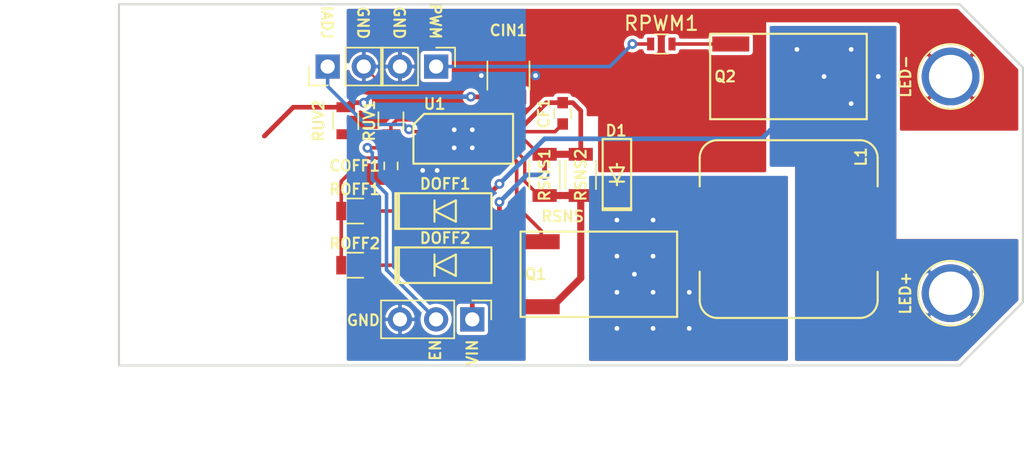
<source format=kicad_pcb>
(kicad_pcb (version 4) (host pcbnew 4.0.6)

  (general
    (links 65)
    (no_connects 5)
    (area 90.039999 111.114999 153.690001 136.665001)
    (thickness 1.6)
    (drawings 17)
    (tracks 117)
    (zones 0)
    (modules 48)
    (nets 16)
  )

  (page A4)
  (layers
    (0 F.Cu signal)
    (31 B.Cu signal)
    (32 B.Adhes user)
    (33 F.Adhes user)
    (34 B.Paste user)
    (35 F.Paste user)
    (36 B.SilkS user)
    (37 F.SilkS user)
    (38 B.Mask user)
    (39 F.Mask user)
    (40 Dwgs.User user)
    (41 Cmts.User user)
    (42 Eco1.User user)
    (43 Eco2.User user)
    (44 Edge.Cuts user)
    (45 Margin user)
    (46 B.CrtYd user)
    (47 F.CrtYd user)
    (48 B.Fab user)
    (49 F.Fab user hide)
  )

  (setup
    (last_trace_width 0.25)
    (trace_clearance 0.1524)
    (zone_clearance 0.25)
    (zone_45_only yes)
    (trace_min 0.1524)
    (segment_width 0.15)
    (edge_width 0.15)
    (via_size 0.6858)
    (via_drill 0.3302)
    (via_min_size 0.6858)
    (via_min_drill 0.3302)
    (uvia_size 0.762)
    (uvia_drill 0.508)
    (uvias_allowed no)
    (uvia_min_size 0)
    (uvia_min_drill 0)
    (pcb_text_width 0.3)
    (pcb_text_size 0.75 0.75)
    (mod_edge_width 0.15)
    (mod_text_size 1 1)
    (mod_text_width 0.15)
    (pad_size 0.668 0.668)
    (pad_drill 0.3302)
    (pad_to_mask_clearance 0.2)
    (aux_axis_origin 0 0)
    (grid_origin 90.115 123.89)
    (visible_elements 7FFFFFFF)
    (pcbplotparams
      (layerselection 0x00030_80000001)
      (usegerberextensions false)
      (excludeedgelayer true)
      (linewidth 0.150000)
      (plotframeref false)
      (viasonmask false)
      (mode 1)
      (useauxorigin false)
      (hpglpennumber 1)
      (hpglpenspeed 20)
      (hpglpendiameter 15)
      (hpglpenoverlay 2)
      (psnegative false)
      (psa4output false)
      (plotreference true)
      (plotvalue true)
      (plotinvisibletext false)
      (padsonsilk false)
      (subtractmaskfromsilk false)
      (outputformat 1)
      (mirror false)
      (drillshape 1)
      (scaleselection 1)
      (outputdirectory ""))
  )

  (net 0 "")
  (net 1 VSS)
  (net 2 D+)
  (net 3 "Net-(DOFF1-Pad1)")
  (net 4 "Net-(DOFF2-Pad1)")
  (net 5 /PWM)
  (net 6 IADJ)
  (net 7 GND)
  (net 8 /VCC)
  (net 9 /COFF)
  (net 10 /PGATE)
  (net 11 /CSN)
  (net 12 /UVLO)
  (net 13 /EN)
  (net 14 /CSW)
  (net 15 "Net-(Q2-Pad1)")

  (net_class Default "This is the default net class."
    (clearance 0.1524)
    (trace_width 0.25)
    (via_dia 0.6858)
    (via_drill 0.3302)
    (uvia_dia 0.762)
    (uvia_drill 0.508)
    (add_net /COFF)
    (add_net /CSW)
    (add_net /EN)
    (add_net /PGATE)
    (add_net /PWM)
    (add_net /UVLO)
    (add_net /VCC)
    (add_net GND)
    (add_net IADJ)
    (add_net "Net-(DOFF1-Pad1)")
    (add_net "Net-(DOFF2-Pad1)")
    (add_net "Net-(Q2-Pad1)")
  )

  (net_class CSN ""
    (clearance 0.1524)
    (trace_width 0.25)
    (via_dia 0.6858)
    (via_drill 0.3302)
    (uvia_dia 0.762)
    (uvia_drill 0.508)
    (add_net /CSN)
  )

  (net_class D+ ""
    (clearance 0.1524)
    (trace_width 0.33)
    (via_dia 0.6858)
    (via_drill 0.3302)
    (uvia_dia 0.762)
    (uvia_drill 0.508)
    (add_net D+)
  )

  (net_class VSS ""
    (clearance 0.1524)
    (trace_width 0.33)
    (via_dia 0.6858)
    (via_drill 0.3302)
    (uvia_dia 0.762)
    (uvia_drill 0.508)
    (add_net VSS)
  )

  (module Project_Footprints:VIA-0.33mm (layer F.Cu) (tedit 5A2B5685) (tstamp 5A2B5692)
    (at 143.455 116.27)
    (fp_text reference REF** (at 0 -0.5) (layer F.SilkS) hide
      (effects (font (size 0.127 0.127) (thickness 0.03175)))
    )
    (fp_text value VIA-0.33mm (at 0 -0.5) (layer F.Fab) hide
      (effects (font (size 0.25 0.25) (thickness 0.05)))
    )
    (pad 1 thru_hole circle (at 0 0) (size 0.668 0.668) (drill 0.3302) (layers *.Cu)
      (net 2 D+) (zone_connect 2))
  )

  (module Project_Footprints:VIA-0.33mm (layer F.Cu) (tedit 5A2B5685) (tstamp 5A2B568E)
    (at 141.55 118.175)
    (fp_text reference REF** (at 0 -0.5) (layer F.SilkS) hide
      (effects (font (size 0.127 0.127) (thickness 0.03175)))
    )
    (fp_text value VIA-0.33mm (at 0 -0.5) (layer F.Fab) hide
      (effects (font (size 0.25 0.25) (thickness 0.05)))
    )
    (pad 1 thru_hole circle (at 0 0) (size 0.668 0.668) (drill 0.3302) (layers *.Cu)
      (net 2 D+) (zone_connect 2))
  )

  (module Project_Footprints:VIA-0.33mm (layer F.Cu) (tedit 5A2B5685) (tstamp 5A2B568A)
    (at 141.55 114.365)
    (fp_text reference REF** (at 0 -0.5) (layer F.SilkS) hide
      (effects (font (size 0.127 0.127) (thickness 0.03175)))
    )
    (fp_text value VIA-0.33mm (at 0 -0.5) (layer F.Fab) hide
      (effects (font (size 0.25 0.25) (thickness 0.05)))
    )
    (pad 1 thru_hole circle (at 0 0) (size 0.668 0.668) (drill 0.3302) (layers *.Cu)
      (net 2 D+) (zone_connect 2))
  )

  (module Project_Footprints:VIA-0.33mm (layer F.Cu) (tedit 5A2B5685) (tstamp 5A2B55E0)
    (at 137.74 114.365)
    (fp_text reference REF** (at 0 -0.5) (layer F.SilkS) hide
      (effects (font (size 0.127 0.127) (thickness 0.03175)))
    )
    (fp_text value VIA-0.33mm (at 0 -0.5) (layer F.Fab) hide
      (effects (font (size 0.25 0.25) (thickness 0.05)))
    )
    (pad 1 thru_hole circle (at 0 0) (size 0.668 0.668) (drill 0.3302) (layers *.Cu)
      (net 2 D+) (zone_connect 2))
  )

  (module Project_Footprints:VIA-0.33mm (layer F.Cu) (tedit 5A29F662) (tstamp 5A2B5511)
    (at 112.467 122.874)
    (fp_text reference REF** (at 0 -0.5) (layer F.SilkS) hide
      (effects (font (size 0.127 0.127) (thickness 0.03175)))
    )
    (fp_text value VIA-0.33mm (at 0 -0.5) (layer F.Fab) hide
      (effects (font (size 0.25 0.25) (thickness 0.05)))
    )
    (pad 1 thru_hole circle (at 0 0) (size 0.668 0.668) (drill 0.3302) (layers *.Cu)
      (net 7 GND) (zone_connect 2))
  )

  (module Mounting_Holes:MountingHole_3.2mm_M3 (layer F.Cu) (tedit 5A2A1110) (tstamp 5A2A10F7)
    (at 149.805 123.89)
    (descr "Mounting Hole 3.2mm, no annular, M3")
    (tags "mounting hole 3.2mm no annular m3")
    (attr virtual)
    (fp_text reference REF** (at 0 0) (layer F.SilkS) hide
      (effects (font (size 1 1) (thickness 0.15)))
    )
    (fp_text value MountingHole_3.2mm_M3 (at 0 4.2) (layer F.Fab)
      (effects (font (size 1 1) (thickness 0.15)))
    )
    (fp_text user %R (at 0.3 0) (layer F.Fab) hide
      (effects (font (size 1 1) (thickness 0.15)))
    )
    (fp_circle (center 0 0) (end 3.2 0) (layer Cmts.User) (width 0.15))
    (fp_circle (center 0 0) (end 3.45 0) (layer F.CrtYd) (width 0.05))
    (pad 1 np_thru_hole circle (at 0 0) (size 3.2 3.2) (drill 3.2) (layers *.Cu *.Mask))
  )

  (module Mounting_Holes:MountingHole_3.2mm_M3 (layer F.Cu) (tedit 5A2A112A) (tstamp 5A2A10E4)
    (at 93.29 133.415)
    (descr "Mounting Hole 3.2mm, no annular, M3")
    (tags "mounting hole 3.2mm no annular m3")
    (attr virtual)
    (fp_text reference REF** (at 0 0) (layer F.SilkS) hide
      (effects (font (size 1 1) (thickness 0.15)))
    )
    (fp_text value MountingHole_3.2mm_M3 (at 0 4.2) (layer F.Fab)
      (effects (font (size 1 1) (thickness 0.15)))
    )
    (fp_text user %R (at 0.3 0) (layer F.Fab) hide
      (effects (font (size 1 1) (thickness 0.15)))
    )
    (fp_circle (center 0 0) (end 3.2 0) (layer Cmts.User) (width 0.15))
    (fp_circle (center 0 0) (end 3.45 0) (layer F.CrtYd) (width 0.05))
    (pad 1 np_thru_hole circle (at 0 0) (size 3.2 3.2) (drill 3.2) (layers *.Cu *.Mask))
  )

  (module Mounting_Holes:MountingHole_3.2mm_M3 (layer F.Cu) (tedit 5A2A111C) (tstamp 5A2A10C9)
    (at 93.29 114.365)
    (descr "Mounting Hole 3.2mm, no annular, M3")
    (tags "mounting hole 3.2mm no annular m3")
    (attr virtual)
    (fp_text reference REF** (at 0 0) (layer F.SilkS) hide
      (effects (font (size 1 1) (thickness 0.15)))
    )
    (fp_text value MountingHole_3.2mm_M3 (at 0 4.2) (layer F.Fab)
      (effects (font (size 1 1) (thickness 0.15)))
    )
    (fp_text user %R (at 0.3 0) (layer F.Fab) hide
      (effects (font (size 1 1) (thickness 0.15)))
    )
    (fp_circle (center 0 0) (end 3.2 0) (layer Cmts.User) (width 0.15))
    (fp_circle (center 0 0) (end 3.45 0) (layer F.CrtYd) (width 0.05))
    (pad 1 np_thru_hole circle (at 0 0) (size 3.2 3.2) (drill 3.2) (layers *.Cu *.Mask))
  )

  (module Project_Footprints:VIA-0.33mm (layer F.Cu) (tedit 5A29F69F) (tstamp 5A29F771)
    (at 125.095 126.365)
    (fp_text reference REF** (at 0 -0.5) (layer F.SilkS) hide
      (effects (font (size 0.127 0.127) (thickness 0.03175)))
    )
    (fp_text value VIA-0.33mm (at 0 -0.5) (layer F.Fab) hide
      (effects (font (size 0.25 0.25) (thickness 0.05)))
    )
    (pad 1 thru_hole circle (at 0 0) (size 0.668 0.668) (drill 0.3302) (layers *.Cu)
      (net 14 /CSW) (zone_connect 2))
  )

  (module Project_Footprints:VIA-0.33mm (layer F.Cu) (tedit 5A29F69F) (tstamp 5A29F767)
    (at 130.175 133.985)
    (fp_text reference REF** (at 0 -0.5) (layer F.SilkS) hide
      (effects (font (size 0.127 0.127) (thickness 0.03175)))
    )
    (fp_text value VIA-0.33mm (at 0 -0.5) (layer F.Fab) hide
      (effects (font (size 0.25 0.25) (thickness 0.05)))
    )
    (pad 1 thru_hole circle (at 0 0) (size 0.668 0.668) (drill 0.3302) (layers *.Cu)
      (net 14 /CSW) (zone_connect 2))
  )

  (module Project_Footprints:VIA-0.33mm (layer F.Cu) (tedit 5A29F69F) (tstamp 5A29F71F)
    (at 125.095 128.905)
    (fp_text reference REF** (at 0 -0.5) (layer F.SilkS) hide
      (effects (font (size 0.127 0.127) (thickness 0.03175)))
    )
    (fp_text value VIA-0.33mm (at 0 -0.5) (layer F.Fab) hide
      (effects (font (size 0.25 0.25) (thickness 0.05)))
    )
    (pad 1 thru_hole circle (at 0 0) (size 0.668 0.668) (drill 0.3302) (layers *.Cu)
      (net 14 /CSW) (zone_connect 2))
  )

  (module Project_Footprints:VIA-0.33mm (layer F.Cu) (tedit 5A29F69F) (tstamp 5A29F71B)
    (at 125.095 131.445)
    (fp_text reference REF** (at 0 -0.5) (layer F.SilkS) hide
      (effects (font (size 0.127 0.127) (thickness 0.03175)))
    )
    (fp_text value VIA-0.33mm (at 0 -0.5) (layer F.Fab) hide
      (effects (font (size 0.25 0.25) (thickness 0.05)))
    )
    (pad 1 thru_hole circle (at 0 0) (size 0.668 0.668) (drill 0.3302) (layers *.Cu)
      (net 14 /CSW) (zone_connect 2))
  )

  (module Project_Footprints:VIA-0.33mm (layer F.Cu) (tedit 5A29F69F) (tstamp 5A29F717)
    (at 127.635 131.445)
    (fp_text reference REF** (at 0 -0.5) (layer F.SilkS) hide
      (effects (font (size 0.127 0.127) (thickness 0.03175)))
    )
    (fp_text value VIA-0.33mm (at 0 -0.5) (layer F.Fab) hide
      (effects (font (size 0.25 0.25) (thickness 0.05)))
    )
    (pad 1 thru_hole circle (at 0 0) (size 0.668 0.668) (drill 0.3302) (layers *.Cu)
      (net 14 /CSW) (zone_connect 2))
  )

  (module Project_Footprints:VIA-0.33mm (layer F.Cu) (tedit 5A29F69F) (tstamp 5A29F713)
    (at 127.635 128.905)
    (fp_text reference REF** (at 0 -0.5) (layer F.SilkS) hide
      (effects (font (size 0.127 0.127) (thickness 0.03175)))
    )
    (fp_text value VIA-0.33mm (at 0 -0.5) (layer F.Fab) hide
      (effects (font (size 0.25 0.25) (thickness 0.05)))
    )
    (pad 1 thru_hole circle (at 0 0) (size 0.668 0.668) (drill 0.3302) (layers *.Cu)
      (net 14 /CSW) (zone_connect 2))
  )

  (module Project_Footprints:VIA-0.33mm (layer F.Cu) (tedit 5A29F69F) (tstamp 5A29F70F)
    (at 126.325 130.175)
    (fp_text reference REF** (at 0 -0.5) (layer F.SilkS) hide
      (effects (font (size 0.127 0.127) (thickness 0.03175)))
    )
    (fp_text value VIA-0.33mm (at 0 -0.5) (layer F.Fab) hide
      (effects (font (size 0.25 0.25) (thickness 0.05)))
    )
    (pad 1 thru_hole circle (at 0 0) (size 0.668 0.668) (drill 0.3302) (layers *.Cu)
      (net 14 /CSW) (zone_connect 2))
  )

  (module Project_Footprints:VIA-0.33mm (layer F.Cu) (tedit 5A29F69F) (tstamp 5A29F6BD)
    (at 130.175 131.445)
    (fp_text reference REF** (at 0 -0.5) (layer F.SilkS) hide
      (effects (font (size 0.127 0.127) (thickness 0.03175)))
    )
    (fp_text value VIA-0.33mm (at 0 -0.5) (layer F.Fab) hide
      (effects (font (size 0.25 0.25) (thickness 0.05)))
    )
    (pad 1 thru_hole circle (at 0 0) (size 0.668 0.668) (drill 0.3302) (layers *.Cu)
      (net 14 /CSW) (zone_connect 2))
  )

  (module Project_Footprints:VIA-0.33mm (layer F.Cu) (tedit 5A29F69F) (tstamp 5A29F6B9)
    (at 127.635 133.985)
    (fp_text reference REF** (at 0 -0.5) (layer F.SilkS) hide
      (effects (font (size 0.127 0.127) (thickness 0.03175)))
    )
    (fp_text value VIA-0.33mm (at 0 -0.5) (layer F.Fab) hide
      (effects (font (size 0.25 0.25) (thickness 0.05)))
    )
    (pad 1 thru_hole circle (at 0 0) (size 0.668 0.668) (drill 0.3302) (layers *.Cu)
      (net 14 /CSW) (zone_connect 2))
  )

  (module Project_Footprints:VIA-0.33mm (layer F.Cu) (tedit 5A29F69F) (tstamp 5A29F6AA)
    (at 125.095 133.985)
    (fp_text reference REF** (at 0 -0.5) (layer F.SilkS) hide
      (effects (font (size 0.127 0.127) (thickness 0.03175)))
    )
    (fp_text value VIA-0.33mm (at 0 -0.5) (layer F.Fab) hide
      (effects (font (size 0.25 0.25) (thickness 0.05)))
    )
    (pad 1 thru_hole circle (at 0 0) (size 0.668 0.668) (drill 0.3302) (layers *.Cu)
      (net 14 /CSW) (zone_connect 2))
  )

  (module Project_Footprints:VIA-0.33mm (layer F.Cu) (tedit 5A29F662) (tstamp 5A29F67F)
    (at 119.38 116.205)
    (fp_text reference REF** (at 0 -0.5) (layer F.SilkS) hide
      (effects (font (size 0.127 0.127) (thickness 0.03175)))
    )
    (fp_text value VIA-0.33mm (at 0 -0.5) (layer F.Fab) hide
      (effects (font (size 0.25 0.25) (thickness 0.05)))
    )
    (pad 1 thru_hole circle (at 0 0) (size 0.668 0.668) (drill 0.3302) (layers *.Cu)
      (net 7 GND) (zone_connect 2))
  )

  (module Project_Footprints:VIA-0.33mm (layer F.Cu) (tedit 5A29F662) (tstamp 5A29F67B)
    (at 115.57 116.205)
    (fp_text reference REF** (at 0 -0.5) (layer F.SilkS) hide
      (effects (font (size 0.127 0.127) (thickness 0.03175)))
    )
    (fp_text value VIA-0.33mm (at 0 -0.5) (layer F.Fab) hide
      (effects (font (size 0.25 0.25) (thickness 0.05)))
    )
    (pad 1 thru_hole circle (at 0 0) (size 0.668 0.668) (drill 0.3302) (layers *.Cu)
      (net 7 GND) (zone_connect 2))
  )

  (module Project_Footprints:VIA-0.33mm (layer F.Cu) (tedit 5A29F662) (tstamp 5A29F673)
    (at 111.451 122.874)
    (fp_text reference REF** (at 0 -0.5) (layer F.SilkS) hide
      (effects (font (size 0.127 0.127) (thickness 0.03175)))
    )
    (fp_text value VIA-0.33mm (at 0 -0.5) (layer F.Fab) hide
      (effects (font (size 0.25 0.25) (thickness 0.05)))
    )
    (pad 1 thru_hole circle (at 0 0) (size 0.668 0.668) (drill 0.3302) (layers *.Cu)
      (net 7 GND) (zone_connect 2))
  )

  (module Project_Footprints:VIA-0.33mm (layer F.Cu) (tedit 5A29F662) (tstamp 5A29F666)
    (at 113.665 121.285)
    (fp_text reference REF** (at 0 -0.5) (layer F.SilkS) hide
      (effects (font (size 0.127 0.127) (thickness 0.03175)))
    )
    (fp_text value VIA-0.33mm (at 0 -0.5) (layer F.Fab) hide
      (effects (font (size 0.25 0.25) (thickness 0.05)))
    )
    (pad 1 thru_hole circle (at 0 0) (size 0.668 0.668) (drill 0.3302) (layers *.Cu)
      (net 7 GND) (zone_connect 2))
  )

  (module Capacitors_SMD:C_0402 (layer F.Cu) (tedit 5A24C1E8) (tstamp 5A22AF09)
    (at 109.22 122.555 270)
    (descr "Capacitor SMD 0402, reflow soldering, AVX (see smccp.pdf)")
    (tags "capacitor 0402")
    (path /5A1E2B4F)
    (attr smd)
    (fp_text reference COFF1 (at 0 2.54 360) (layer F.SilkS)
      (effects (font (size 0.75 0.75) (thickness 0.15)))
    )
    (fp_text value 470pF (at -1.27 2.54 360) (layer F.Fab)
      (effects (font (size 0.75 0.75) (thickness 0.15)))
    )
    (fp_text user %R (at 0 2.54 360) (layer F.Fab) hide
      (effects (font (size 0.75 0.75) (thickness 0.15)))
    )
    (fp_line (start -0.5 0.25) (end -0.5 -0.25) (layer F.Fab) (width 0.1))
    (fp_line (start 0.5 0.25) (end -0.5 0.25) (layer F.Fab) (width 0.1))
    (fp_line (start 0.5 -0.25) (end 0.5 0.25) (layer F.Fab) (width 0.1))
    (fp_line (start -0.5 -0.25) (end 0.5 -0.25) (layer F.Fab) (width 0.1))
    (fp_line (start 0.25 -0.47) (end -0.25 -0.47) (layer F.SilkS) (width 0.12))
    (fp_line (start -0.25 0.47) (end 0.25 0.47) (layer F.SilkS) (width 0.12))
    (fp_line (start -1 -0.4) (end 1 -0.4) (layer F.CrtYd) (width 0.05))
    (fp_line (start -1 -0.4) (end -1 0.4) (layer F.CrtYd) (width 0.05))
    (fp_line (start 1 0.4) (end 1 -0.4) (layer F.CrtYd) (width 0.05))
    (fp_line (start 1 0.4) (end -1 0.4) (layer F.CrtYd) (width 0.05))
    (pad 1 smd rect (at -0.55 0 270) (size 0.6 0.5) (layers F.Cu F.Paste F.Mask)
      (net 9 /COFF))
    (pad 2 smd rect (at 0.55 0 270) (size 0.6 0.5) (layers F.Cu F.Paste F.Mask)
      (net 7 GND))
    (model Capacitors_SMD.3dshapes/C_0402.wrl
      (at (xyz 0 0 0))
      (scale (xyz 1 1 1))
      (rotate (xyz 0 0 0))
    )
  )

  (module Project_Footprints:SOD-123FA (layer F.Cu) (tedit 5A22A939) (tstamp 5A22AF1A)
    (at 125.095 123.164 90)
    (tags SOD)
    (path /5A1E2D0A)
    (fp_text reference D1 (at 3.084 -0.055 180) (layer F.SilkS)
      (effects (font (size 0.75 0.75) (thickness 0.15)))
    )
    (fp_text value S310FA (at 0 0 90) (layer F.Fab)
      (effects (font (size 0.75 0.75) (thickness 0.15)))
    )
    (fp_line (start 0.5 0) (end 0.75 0) (layer F.SilkS) (width 0.15))
    (fp_line (start -0.75 0) (end -0.5 0) (layer F.SilkS) (width 0.15))
    (fp_line (start -2.375 -1) (end -2.375 1) (layer F.SilkS) (width 0.15))
    (fp_line (start -2.5 -1) (end 2.5 -1) (layer F.SilkS) (width 0.15))
    (fp_line (start -2.5 1) (end -2.5 -1) (layer F.SilkS) (width 0.15))
    (fp_line (start 2.5 1) (end -2.5 1) (layer F.SilkS) (width 0.15))
    (fp_line (start 2.5 -1) (end 2.5 1) (layer F.SilkS) (width 0.15))
    (fp_line (start -0.5 -0.5) (end -0.5 0.5) (layer F.SilkS) (width 0.15))
    (fp_line (start 0.5 0.5) (end -0.5 0) (layer F.SilkS) (width 0.15))
    (fp_line (start 0.5 -0.5) (end 0.5 0.5) (layer F.SilkS) (width 0.15))
    (fp_line (start -0.5 0) (end 0.5 -0.5) (layer F.SilkS) (width 0.15))
    (pad 2 smd rect (at 1.55 0 90) (size 1.2 1.4) (layers F.Cu F.Paste F.Mask)
      (net 7 GND))
    (pad 1 smd rect (at -1.55 0 90) (size 1.2 1.4) (layers F.Cu F.Paste F.Mask)
      (net 14 /CSW))
    (model Diodes_SMD.3dshapes/D_SOD-123F.wrl
      (at (xyz 0 0 0))
      (scale (xyz 1 1 1))
      (rotate (xyz 0 0 0))
    )
  )

  (module Socket_Strips:Socket_Strip_Straight_1x02_Pitch2.54mm (layer F.Cu) (tedit 5A2766A1) (tstamp 5A22AF51)
    (at 104.775 115.57 90)
    (descr "Through hole straight socket strip, 1x02, 2.54mm pitch, single row")
    (tags "Through hole socket strip THT 1x02 2.54mm single row")
    (path /5A212FCD)
    (fp_text reference J2 (at 0 -1.905 90) (layer F.SilkS) hide
      (effects (font (size 0.75 0.75) (thickness 0.15)))
    )
    (fp_text value IADJ (at 1.27 1.27 180) (layer F.Fab) hide
      (effects (font (size 0.75 0.75) (thickness 0.15)))
    )
    (fp_line (start -1.27 -1.27) (end -1.27 3.81) (layer F.Fab) (width 0.1))
    (fp_line (start -1.27 3.81) (end 1.27 3.81) (layer F.Fab) (width 0.1))
    (fp_line (start 1.27 3.81) (end 1.27 -1.27) (layer F.Fab) (width 0.1))
    (fp_line (start 1.27 -1.27) (end -1.27 -1.27) (layer F.Fab) (width 0.1))
    (fp_line (start -1.33 1.27) (end -1.33 3.87) (layer F.SilkS) (width 0.12))
    (fp_line (start -1.33 3.87) (end 1.33 3.87) (layer F.SilkS) (width 0.12))
    (fp_line (start 1.33 3.87) (end 1.33 1.27) (layer F.SilkS) (width 0.12))
    (fp_line (start 1.33 1.27) (end -1.33 1.27) (layer F.SilkS) (width 0.12))
    (fp_line (start -1.33 0) (end -1.33 -1.33) (layer F.SilkS) (width 0.12))
    (fp_line (start -1.33 -1.33) (end 0 -1.33) (layer F.SilkS) (width 0.12))
    (fp_line (start -1.8 -1.8) (end -1.8 4.35) (layer F.CrtYd) (width 0.05))
    (fp_line (start -1.8 4.35) (end 1.8 4.35) (layer F.CrtYd) (width 0.05))
    (fp_line (start 1.8 4.35) (end 1.8 -1.8) (layer F.CrtYd) (width 0.05))
    (fp_line (start 1.8 -1.8) (end -1.8 -1.8) (layer F.CrtYd) (width 0.05))
    (fp_text user %R (at 0 -1.905 90) (layer F.Fab) hide
      (effects (font (size 0.75 0.75) (thickness 0.15)))
    )
    (pad 1 thru_hole rect (at 0 0 90) (size 1.7 1.7) (drill 1) (layers *.Cu *.Mask)
      (net 6 IADJ))
    (pad 2 thru_hole oval (at 0 2.54 90) (size 1.7 1.7) (drill 1) (layers *.Cu *.Mask)
      (net 7 GND))
    (model ${KISYS3DMOD}/Socket_Strips.3dshapes/Socket_Strip_Straight_1x02_Pitch2.54mm.wrl
      (at (xyz 0 -0.05 0))
      (scale (xyz 1 1 1))
      (rotate (xyz 0 0 270))
    )
  )

  (module Project_Footprints:D_2026 (layer F.Cu) (tedit 5A22AF51) (tstamp 5A22AF46)
    (at 113.03 129.54)
    (path /5A1E46EC)
    (fp_text reference DOFF2 (at 0 -1.905) (layer F.SilkS)
      (effects (font (size 0.75 0.75) (thickness 0.15)))
    )
    (fp_text value S1ATR (at 0 0) (layer F.Fab)
      (effects (font (size 0.75 0.75) (thickness 0.15)))
    )
    (fp_line (start -0.75 -0.75) (end -0.75 0.75) (layer F.SilkS) (width 0.15))
    (fp_line (start 0.75 0.75) (end -0.75 0) (layer F.SilkS) (width 0.15))
    (fp_line (start 0.75 -0.75) (end 0.75 0.75) (layer F.SilkS) (width 0.15))
    (fp_line (start -0.75 0) (end 0.75 -0.75) (layer F.SilkS) (width 0.15))
    (fp_line (start -3.4 1.2) (end -3.4 -1.2) (layer F.SilkS) (width 0.15))
    (fp_line (start -3.5 1.25) (end -3.25 1.25) (layer F.SilkS) (width 0.15))
    (fp_line (start -3.5 -1.25) (end -3.5 1.25) (layer F.SilkS) (width 0.15))
    (fp_line (start -3.25 -1.25) (end -3.5 -1.25) (layer F.SilkS) (width 0.15))
    (fp_line (start -3.25 -1.25) (end -3 -1.25) (layer F.SilkS) (width 0.15))
    (fp_line (start -3.25 1.25) (end -3.25 -1.25) (layer F.SilkS) (width 0.15))
    (fp_line (start 3.25 1.25) (end -3.25 1.25) (layer F.SilkS) (width 0.15))
    (fp_line (start 3.25 -1.25) (end 3.25 1.25) (layer F.SilkS) (width 0.15))
    (fp_line (start -3 -1.25) (end 3.25 -1.25) (layer F.SilkS) (width 0.15))
    (pad 2 smd rect (at 2.125 0) (size 1.77 1.7) (layers F.Cu F.Paste F.Mask)
      (net 1 VSS))
    (pad 1 smd rect (at -2.125 0) (size 1.77 1.7) (layers F.Cu F.Paste F.Mask)
      (net 4 "Net-(DOFF2-Pad1)"))
    (model Diodes_SMD.3dshapes/D_SMA.wrl
      (at (xyz 0 0 0))
      (scale (xyz 1 1 1))
      (rotate (xyz 0 0 0))
    )
  )

  (module Project_Footprints:D_2026 (layer F.Cu) (tedit 5A22AF51) (tstamp 5A22AF30)
    (at 113.03 125.73)
    (path /5A1E4671)
    (fp_text reference DOFF1 (at 0 -1.905) (layer F.SilkS)
      (effects (font (size 0.75 0.75) (thickness 0.15)))
    )
    (fp_text value S1ATR (at 0 0) (layer F.Fab)
      (effects (font (size 0.75 0.75) (thickness 0.15)))
    )
    (fp_line (start -0.75 -0.75) (end -0.75 0.75) (layer F.SilkS) (width 0.15))
    (fp_line (start 0.75 0.75) (end -0.75 0) (layer F.SilkS) (width 0.15))
    (fp_line (start 0.75 -0.75) (end 0.75 0.75) (layer F.SilkS) (width 0.15))
    (fp_line (start -0.75 0) (end 0.75 -0.75) (layer F.SilkS) (width 0.15))
    (fp_line (start -3.4 1.2) (end -3.4 -1.2) (layer F.SilkS) (width 0.15))
    (fp_line (start -3.5 1.25) (end -3.25 1.25) (layer F.SilkS) (width 0.15))
    (fp_line (start -3.5 -1.25) (end -3.5 1.25) (layer F.SilkS) (width 0.15))
    (fp_line (start -3.25 -1.25) (end -3.5 -1.25) (layer F.SilkS) (width 0.15))
    (fp_line (start -3.25 -1.25) (end -3 -1.25) (layer F.SilkS) (width 0.15))
    (fp_line (start -3.25 1.25) (end -3.25 -1.25) (layer F.SilkS) (width 0.15))
    (fp_line (start 3.25 1.25) (end -3.25 1.25) (layer F.SilkS) (width 0.15))
    (fp_line (start 3.25 -1.25) (end 3.25 1.25) (layer F.SilkS) (width 0.15))
    (fp_line (start -3 -1.25) (end 3.25 -1.25) (layer F.SilkS) (width 0.15))
    (pad 2 smd rect (at 2.125 0) (size 1.77 1.7) (layers F.Cu F.Paste F.Mask)
      (net 2 D+))
    (pad 1 smd rect (at -2.125 0) (size 1.77 1.7) (layers F.Cu F.Paste F.Mask)
      (net 3 "Net-(DOFF1-Pad1)"))
    (model Diodes_SMD.3dshapes/D_SMA.wrl
      (at (xyz 0 0 0))
      (scale (xyz 1 1 1))
      (rotate (xyz 0 0 0))
    )
  )

  (module Socket_Strips:Socket_Strip_Straight_1x02_Pitch2.54mm (layer F.Cu) (tedit 5A27669A) (tstamp 5A22B314)
    (at 112.395 115.57 270)
    (descr "Through hole straight socket strip, 1x02, 2.54mm pitch, single row")
    (tags "Through hole socket strip THT 1x02 2.54mm single row")
    (path /5A22CEDC)
    (fp_text reference J1 (at 0 -1.905 270) (layer F.SilkS) hide
      (effects (font (size 0.75 0.75) (thickness 0.15)))
    )
    (fp_text value PWM_IN (at -1.27 1.27 360) (layer F.Fab) hide
      (effects (font (size 0.75 0.75) (thickness 0.15)))
    )
    (fp_line (start -1.27 -1.27) (end -1.27 3.81) (layer F.Fab) (width 0.1))
    (fp_line (start -1.27 3.81) (end 1.27 3.81) (layer F.Fab) (width 0.1))
    (fp_line (start 1.27 3.81) (end 1.27 -1.27) (layer F.Fab) (width 0.1))
    (fp_line (start 1.27 -1.27) (end -1.27 -1.27) (layer F.Fab) (width 0.1))
    (fp_line (start -1.33 1.27) (end -1.33 3.87) (layer F.SilkS) (width 0.12))
    (fp_line (start -1.33 3.87) (end 1.33 3.87) (layer F.SilkS) (width 0.12))
    (fp_line (start 1.33 3.87) (end 1.33 1.27) (layer F.SilkS) (width 0.12))
    (fp_line (start 1.33 1.27) (end -1.33 1.27) (layer F.SilkS) (width 0.12))
    (fp_line (start -1.33 0) (end -1.33 -1.33) (layer F.SilkS) (width 0.12))
    (fp_line (start -1.33 -1.33) (end 0 -1.33) (layer F.SilkS) (width 0.12))
    (fp_line (start -1.8 -1.8) (end -1.8 4.35) (layer F.CrtYd) (width 0.05))
    (fp_line (start -1.8 4.35) (end 1.8 4.35) (layer F.CrtYd) (width 0.05))
    (fp_line (start 1.8 4.35) (end 1.8 -1.8) (layer F.CrtYd) (width 0.05))
    (fp_line (start 1.8 -1.8) (end -1.8 -1.8) (layer F.CrtYd) (width 0.05))
    (fp_text user %R (at 0 -1.905 270) (layer F.Fab) hide
      (effects (font (size 0.75 0.75) (thickness 0.15)))
    )
    (pad 1 thru_hole rect (at 0 0 270) (size 1.7 1.7) (drill 1) (layers *.Cu *.Mask)
      (net 5 /PWM))
    (pad 2 thru_hole oval (at 0 2.54 270) (size 1.7 1.7) (drill 1) (layers *.Cu *.Mask)
      (net 7 GND))
    (model ${KISYS3DMOD}/Socket_Strips.3dshapes/Socket_Strip_Straight_1x02_Pitch2.54mm.wrl
      (at (xyz 0 -0.05 0))
      (scale (xyz 1 1 1))
      (rotate (xyz 0 0 270))
    )
  )

  (module Project_Footprints:L_SRR1260 (layer F.Cu) (tedit 5A22CFA5) (tstamp 5A22CC28)
    (at 137.16 127)
    (path /5A1E2F2A)
    (fp_text reference L1 (at 5.08 -5.08 90) (layer F.SilkS)
      (effects (font (size 0.75 0.75) (thickness 0.15)))
    )
    (fp_text value 15uH (at 0 -1.905) (layer F.Fab)
      (effects (font (size 0.75 0.75) (thickness 0.15)))
    )
    (fp_line (start -5 6.25) (end 5 6.25) (layer F.SilkS) (width 0.15))
    (fp_line (start -6.25 5) (end -6.25 3) (layer F.SilkS) (width 0.15))
    (fp_line (start 6.25 3) (end 6.25 5) (layer F.SilkS) (width 0.15))
    (fp_line (start 6.25 -3) (end 6.25 -5) (layer F.SilkS) (width 0.15))
    (fp_line (start -6.25 -5) (end -6.25 -3) (layer F.SilkS) (width 0.15))
    (fp_line (start 5 -6.25) (end -5 -6.25) (layer F.SilkS) (width 0.15))
    (fp_arc (start -5 5) (end -5 6.25) (angle 90) (layer F.SilkS) (width 0.15))
    (fp_arc (start 5 5) (end 6.25 5) (angle 90) (layer F.SilkS) (width 0.15))
    (fp_arc (start 5 -5) (end 5 -6.25) (angle 90) (layer F.SilkS) (width 0.15))
    (fp_arc (start -5 -5) (end -6.25 -5) (angle 90) (layer F.SilkS) (width 0.15))
    (pad 1 smd rect (at -4.85 0) (size 3.5 5.4) (drill (offset -0.3 0)) (layers F.Cu F.Paste F.Mask)
      (net 14 /CSW))
    (pad 2 smd rect (at 4.85 0) (size 3.5 5.4) (drill (offset 0.3 0)) (layers F.Cu F.Paste F.Mask)
      (net 2 D+))
    (model Inductors_SMD.3dshapes/L_12x12mm_h6mm.wrl
      (at (xyz 0 0 0))
      (scale (xyz 4 4 4))
      (rotate (xyz 0 0 0))
    )
  )

  (module Connectors:1pin (layer F.Cu) (tedit 5A276CC0) (tstamp 5A230584)
    (at 148.535 131.51)
    (descr "module 1 pin (ou trou mecanique de percage)")
    (tags DEV)
    (path /5A231F73)
    (fp_text reference J4 (at 0 -3.048) (layer F.SilkS) hide
      (effects (font (size 0.75 0.75) (thickness 0.15)))
    )
    (fp_text value LED+ (at -3.175 0 90) (layer F.SilkS)
      (effects (font (size 0.75 0.75) (thickness 0.15)))
    )
    (fp_circle (center 0 0) (end 2 0.8) (layer F.Fab) (width 0.1))
    (fp_circle (center 0 0) (end 2.6 0) (layer F.CrtYd) (width 0.05))
    (fp_circle (center 0 0) (end 0 -2.286) (layer F.SilkS) (width 0.12))
    (pad 1 thru_hole circle (at 0 0) (size 4.064 4.064) (drill 3.048) (layers *.Cu *.Mask)
      (net 2 D+))
  )

  (module Connectors:1pin (layer F.Cu) (tedit 5A276CCC) (tstamp 5A230589)
    (at 148.535 116.27)
    (descr "module 1 pin (ou trou mecanique de percage)")
    (tags DEV)
    (path /5A231FF7)
    (fp_text reference J5 (at 0 -3.048) (layer F.SilkS) hide
      (effects (font (size 0.75 0.75) (thickness 0.15)))
    )
    (fp_text value LED- (at -3.175 0 90) (layer F.SilkS)
      (effects (font (size 0.75 0.75) (thickness 0.15)))
    )
    (fp_circle (center 0 0) (end 2 0.8) (layer F.Fab) (width 0.1))
    (fp_circle (center 0 0) (end 2.6 0) (layer F.CrtYd) (width 0.05))
    (fp_circle (center 0 0) (end 0 -2.286) (layer F.SilkS) (width 0.12))
    (pad 1 thru_hole circle (at 0 0) (size 4.064 4.064) (drill 3.048) (layers *.Cu *.Mask)
      (net 7 GND))
  )

  (module Resistors_SMD:R_0805 (layer F.Cu) (tedit 5A24C1DD) (tstamp 5A23058A)
    (at 106.68 125.73)
    (descr "Resistor SMD 0805, reflow soldering, Vishay (see dcrcw.pdf)")
    (tags "resistor 0805")
    (path /5A1E2382)
    (attr smd)
    (fp_text reference ROFF1 (at 0 -1.524) (layer F.SilkS)
      (effects (font (size 0.75 0.75) (thickness 0.15)))
    )
    (fp_text value 24.3k (at 0 1.27) (layer F.Fab)
      (effects (font (size 0.75 0.75) (thickness 0.15)))
    )
    (fp_text user %R (at 0 -1.524) (layer F.Fab) hide
      (effects (font (size 0.75 0.75) (thickness 0.15)))
    )
    (fp_line (start -1 0.62) (end -1 -0.62) (layer F.Fab) (width 0.1))
    (fp_line (start 1 0.62) (end -1 0.62) (layer F.Fab) (width 0.1))
    (fp_line (start 1 -0.62) (end 1 0.62) (layer F.Fab) (width 0.1))
    (fp_line (start -1 -0.62) (end 1 -0.62) (layer F.Fab) (width 0.1))
    (fp_line (start 0.6 0.88) (end -0.6 0.88) (layer F.SilkS) (width 0.12))
    (fp_line (start -0.6 -0.88) (end 0.6 -0.88) (layer F.SilkS) (width 0.12))
    (fp_line (start -1.55 -0.9) (end 1.55 -0.9) (layer F.CrtYd) (width 0.05))
    (fp_line (start -1.55 -0.9) (end -1.55 0.9) (layer F.CrtYd) (width 0.05))
    (fp_line (start 1.55 0.9) (end 1.55 -0.9) (layer F.CrtYd) (width 0.05))
    (fp_line (start 1.55 0.9) (end -1.55 0.9) (layer F.CrtYd) (width 0.05))
    (pad 1 smd rect (at -0.95 0) (size 0.7 1.3) (layers F.Cu F.Paste F.Mask)
      (net 9 /COFF))
    (pad 2 smd rect (at 0.95 0) (size 0.7 1.3) (layers F.Cu F.Paste F.Mask)
      (net 3 "Net-(DOFF1-Pad1)"))
    (model ${KISYS3DMOD}/Resistors_SMD.3dshapes/R_0805.wrl
      (at (xyz 0 0 0))
      (scale (xyz 1 1 1))
      (rotate (xyz 0 0 0))
    )
  )

  (module Resistors_SMD:R_0805 (layer F.Cu) (tedit 5A24C1EE) (tstamp 5A23058F)
    (at 106.68 129.54)
    (descr "Resistor SMD 0805, reflow soldering, Vishay (see dcrcw.pdf)")
    (tags "resistor 0805")
    (path /5A1E4470)
    (attr smd)
    (fp_text reference ROFF2 (at 0 -1.524) (layer F.SilkS)
      (effects (font (size 0.75 0.75) (thickness 0.15)))
    )
    (fp_text value 649 (at 0 1.27) (layer F.Fab)
      (effects (font (size 0.75 0.75) (thickness 0.15)))
    )
    (fp_text user %R (at 0 -1.524) (layer F.Fab) hide
      (effects (font (size 0.75 0.75) (thickness 0.15)))
    )
    (fp_line (start -1 0.62) (end -1 -0.62) (layer F.Fab) (width 0.1))
    (fp_line (start 1 0.62) (end -1 0.62) (layer F.Fab) (width 0.1))
    (fp_line (start 1 -0.62) (end 1 0.62) (layer F.Fab) (width 0.1))
    (fp_line (start -1 -0.62) (end 1 -0.62) (layer F.Fab) (width 0.1))
    (fp_line (start 0.6 0.88) (end -0.6 0.88) (layer F.SilkS) (width 0.12))
    (fp_line (start -0.6 -0.88) (end 0.6 -0.88) (layer F.SilkS) (width 0.12))
    (fp_line (start -1.55 -0.9) (end 1.55 -0.9) (layer F.CrtYd) (width 0.05))
    (fp_line (start -1.55 -0.9) (end -1.55 0.9) (layer F.CrtYd) (width 0.05))
    (fp_line (start 1.55 0.9) (end 1.55 -0.9) (layer F.CrtYd) (width 0.05))
    (fp_line (start 1.55 0.9) (end -1.55 0.9) (layer F.CrtYd) (width 0.05))
    (pad 1 smd rect (at -0.95 0) (size 0.7 1.3) (layers F.Cu F.Paste F.Mask)
      (net 9 /COFF))
    (pad 2 smd rect (at 0.95 0) (size 0.7 1.3) (layers F.Cu F.Paste F.Mask)
      (net 4 "Net-(DOFF2-Pad1)"))
    (model ${KISYS3DMOD}/Resistors_SMD.3dshapes/R_0805.wrl
      (at (xyz 0 0 0))
      (scale (xyz 1 1 1))
      (rotate (xyz 0 0 0))
    )
  )

  (module Resistors_SMD:R_1206 (layer F.Cu) (tedit 5A24C200) (tstamp 5A230594)
    (at 120.015 123.19 270)
    (descr "Resistor SMD 1206, reflow soldering, Vishay (see dcrcw.pdf)")
    (tags "resistor 1206")
    (path /5A1E22BF)
    (attr smd)
    (fp_text reference RSNS1 (at 0 0 270) (layer F.SilkS)
      (effects (font (size 0.75 0.75) (thickness 0.15)))
    )
    (fp_text value 0.33 (at 0 0.032 270) (layer F.Fab)
      (effects (font (size 0.75 0.75) (thickness 0.15)))
    )
    (fp_text user %R (at 0 0 270) (layer F.Fab) hide
      (effects (font (size 0.75 0.75) (thickness 0.15)))
    )
    (fp_line (start -1.6 0.8) (end -1.6 -0.8) (layer F.Fab) (width 0.1))
    (fp_line (start 1.6 0.8) (end -1.6 0.8) (layer F.Fab) (width 0.1))
    (fp_line (start 1.6 -0.8) (end 1.6 0.8) (layer F.Fab) (width 0.1))
    (fp_line (start -1.6 -0.8) (end 1.6 -0.8) (layer F.Fab) (width 0.1))
    (fp_line (start 1 1.07) (end -1 1.07) (layer F.SilkS) (width 0.12))
    (fp_line (start -1 -1.07) (end 1 -1.07) (layer F.SilkS) (width 0.12))
    (fp_line (start -2.15 -1.11) (end 2.15 -1.11) (layer F.CrtYd) (width 0.05))
    (fp_line (start -2.15 -1.11) (end -2.15 1.1) (layer F.CrtYd) (width 0.05))
    (fp_line (start 2.15 1.1) (end 2.15 -1.11) (layer F.CrtYd) (width 0.05))
    (fp_line (start 2.15 1.1) (end -2.15 1.1) (layer F.CrtYd) (width 0.05))
    (pad 1 smd rect (at -1.45 0 270) (size 0.9 1.7) (layers F.Cu F.Paste F.Mask)
      (net 1 VSS))
    (pad 2 smd rect (at 1.45 0 270) (size 0.9 1.7) (layers F.Cu F.Paste F.Mask)
      (net 11 /CSN))
    (model ${KISYS3DMOD}/Resistors_SMD.3dshapes/R_1206.wrl
      (at (xyz 0 0 0))
      (scale (xyz 1 1 1))
      (rotate (xyz 0 0 0))
    )
  )

  (module Resistors_SMD:R_1206 (layer F.Cu) (tedit 5A24C204) (tstamp 5A230599)
    (at 122.555 123.19 270)
    (descr "Resistor SMD 1206, reflow soldering, Vishay (see dcrcw.pdf)")
    (tags "resistor 1206")
    (path /5A229AA6)
    (attr smd)
    (fp_text reference RSNS2 (at 0 0 270) (layer F.SilkS)
      (effects (font (size 0.75 0.75) (thickness 0.15)))
    )
    (fp_text value 0.33 (at 0 -0.048 270) (layer F.Fab)
      (effects (font (size 0.75 0.75) (thickness 0.15)))
    )
    (fp_text user %R (at 0 0 270) (layer F.Fab) hide
      (effects (font (size 0.75 0.75) (thickness 0.15)))
    )
    (fp_line (start -1.6 0.8) (end -1.6 -0.8) (layer F.Fab) (width 0.1))
    (fp_line (start 1.6 0.8) (end -1.6 0.8) (layer F.Fab) (width 0.1))
    (fp_line (start 1.6 -0.8) (end 1.6 0.8) (layer F.Fab) (width 0.1))
    (fp_line (start -1.6 -0.8) (end 1.6 -0.8) (layer F.Fab) (width 0.1))
    (fp_line (start 1 1.07) (end -1 1.07) (layer F.SilkS) (width 0.12))
    (fp_line (start -1 -1.07) (end 1 -1.07) (layer F.SilkS) (width 0.12))
    (fp_line (start -2.15 -1.11) (end 2.15 -1.11) (layer F.CrtYd) (width 0.05))
    (fp_line (start -2.15 -1.11) (end -2.15 1.1) (layer F.CrtYd) (width 0.05))
    (fp_line (start 2.15 1.1) (end 2.15 -1.11) (layer F.CrtYd) (width 0.05))
    (fp_line (start 2.15 1.1) (end -2.15 1.1) (layer F.CrtYd) (width 0.05))
    (pad 1 smd rect (at -1.45 0 270) (size 0.9 1.7) (layers F.Cu F.Paste F.Mask)
      (net 1 VSS))
    (pad 2 smd rect (at 1.45 0 270) (size 0.9 1.7) (layers F.Cu F.Paste F.Mask)
      (net 11 /CSN))
    (model ${KISYS3DMOD}/Resistors_SMD.3dshapes/R_1206.wrl
      (at (xyz 0 0 0))
      (scale (xyz 1 1 1))
      (rotate (xyz 0 0 0))
    )
  )

  (module Resistors_SMD:R_0805 (layer F.Cu) (tedit 5A24C1AB) (tstamp 5A23059E)
    (at 109.22 119.38 90)
    (descr "Resistor SMD 0805, reflow soldering, Vishay (see dcrcw.pdf)")
    (tags "resistor 0805")
    (path /5A1E23B5)
    (attr smd)
    (fp_text reference RUV1 (at 0 -1.524 90) (layer F.SilkS)
      (effects (font (size 0.75 0.75) (thickness 0.15)))
    )
    (fp_text value 3.48k (at 0 0 90) (layer F.Fab)
      (effects (font (size 0.75 0.75) (thickness 0.15)))
    )
    (fp_text user %R (at 0 -1.524 90) (layer F.Fab) hide
      (effects (font (size 0.75 0.75) (thickness 0.15)))
    )
    (fp_line (start -1 0.62) (end -1 -0.62) (layer F.Fab) (width 0.1))
    (fp_line (start 1 0.62) (end -1 0.62) (layer F.Fab) (width 0.1))
    (fp_line (start 1 -0.62) (end 1 0.62) (layer F.Fab) (width 0.1))
    (fp_line (start -1 -0.62) (end 1 -0.62) (layer F.Fab) (width 0.1))
    (fp_line (start 0.6 0.88) (end -0.6 0.88) (layer F.SilkS) (width 0.12))
    (fp_line (start -0.6 -0.88) (end 0.6 -0.88) (layer F.SilkS) (width 0.12))
    (fp_line (start -1.55 -0.9) (end 1.55 -0.9) (layer F.CrtYd) (width 0.05))
    (fp_line (start -1.55 -0.9) (end -1.55 0.9) (layer F.CrtYd) (width 0.05))
    (fp_line (start 1.55 0.9) (end 1.55 -0.9) (layer F.CrtYd) (width 0.05))
    (fp_line (start 1.55 0.9) (end -1.55 0.9) (layer F.CrtYd) (width 0.05))
    (pad 1 smd rect (at -0.95 0 90) (size 0.7 1.3) (layers F.Cu F.Paste F.Mask)
      (net 12 /UVLO))
    (pad 2 smd rect (at 0.95 0 90) (size 0.7 1.3) (layers F.Cu F.Paste F.Mask)
      (net 7 GND))
    (model ${KISYS3DMOD}/Resistors_SMD.3dshapes/R_0805.wrl
      (at (xyz 0 0 0))
      (scale (xyz 1 1 1))
      (rotate (xyz 0 0 0))
    )
  )

  (module Resistors_SMD:R_0805 (layer F.Cu) (tedit 5A24C1BD) (tstamp 5A2305A3)
    (at 106.045 119.38 270)
    (descr "Resistor SMD 0805, reflow soldering, Vishay (see dcrcw.pdf)")
    (tags "resistor 0805")
    (path /5A1E23E4)
    (attr smd)
    (fp_text reference RUV2 (at 0 1.905 270) (layer F.SilkS)
      (effects (font (size 0.75 0.75) (thickness 0.15)))
    )
    (fp_text value 91.0k (at 0 0 270) (layer F.Fab)
      (effects (font (size 0.75 0.75) (thickness 0.15)))
    )
    (fp_text user %R (at 0 1.905 270) (layer F.Fab) hide
      (effects (font (size 0.75 0.75) (thickness 0.15)))
    )
    (fp_line (start -1 0.62) (end -1 -0.62) (layer F.Fab) (width 0.1))
    (fp_line (start 1 0.62) (end -1 0.62) (layer F.Fab) (width 0.1))
    (fp_line (start 1 -0.62) (end 1 0.62) (layer F.Fab) (width 0.1))
    (fp_line (start -1 -0.62) (end 1 -0.62) (layer F.Fab) (width 0.1))
    (fp_line (start 0.6 0.88) (end -0.6 0.88) (layer F.SilkS) (width 0.12))
    (fp_line (start -0.6 -0.88) (end 0.6 -0.88) (layer F.SilkS) (width 0.12))
    (fp_line (start -1.55 -0.9) (end 1.55 -0.9) (layer F.CrtYd) (width 0.05))
    (fp_line (start -1.55 -0.9) (end -1.55 0.9) (layer F.CrtYd) (width 0.05))
    (fp_line (start 1.55 0.9) (end 1.55 -0.9) (layer F.CrtYd) (width 0.05))
    (fp_line (start 1.55 0.9) (end -1.55 0.9) (layer F.CrtYd) (width 0.05))
    (pad 1 smd rect (at -0.95 0 270) (size 0.7 1.3) (layers F.Cu F.Paste F.Mask)
      (net 1 VSS))
    (pad 2 smd rect (at 0.95 0 270) (size 0.7 1.3) (layers F.Cu F.Paste F.Mask)
      (net 12 /UVLO))
    (model ${KISYS3DMOD}/Resistors_SMD.3dshapes/R_0805.wrl
      (at (xyz 0 0 0))
      (scale (xyz 1 1 1))
      (rotate (xyz 0 0 0))
    )
  )

  (module Project_Footprints:TO252_DPAK (layer F.Cu) (tedit 5A22A683) (tstamp 5A22AF67)
    (at 137.145 116.27)
    (tags TO252)
    (path /5A1E3D99)
    (fp_text reference Q2 (at -4.445 0 180) (layer F.SilkS)
      (effects (font (size 0.75 0.75) (thickness 0.15)))
    )
    (fp_text value ZXMN7A11K (at 6.604 0 270) (layer F.Fab)
      (effects (font (size 0.75 0.75) (thickness 0.15)))
    )
    (fp_line (start -5.5 3) (end -5.5 -3) (layer F.SilkS) (width 0.15))
    (fp_line (start 5.5 3) (end -5.5 3) (layer F.SilkS) (width 0.15))
    (fp_line (start 5.5 -3) (end 5.5 3) (layer F.SilkS) (width 0.15))
    (fp_line (start -5.5 -3) (end 5.5 -3) (layer F.SilkS) (width 0.15))
    (pad 2 smd rect (at 2.5 0) (size 5.7 5.632) (layers F.Cu F.Paste F.Mask)
      (net 2 D+))
    (pad 1 smd rect (at -4.05 -2.286) (size 2.6 1.06) (layers F.Cu F.Paste F.Mask)
      (net 15 "Net-(Q2-Pad1)"))
    (pad 3 smd rect (at -4.05 2.286) (size 2.6 1.06) (layers F.Cu F.Paste F.Mask)
      (net 7 GND))
    (model TO_SOT_Packages_SMD.3dshapes/TO-252-2.wrl
      (at (xyz 0 0 0))
      (scale (xyz 1 1 1))
      (rotate (xyz 0 0 0))
    )
  )

  (module Project_Footprints:TO252_DPAK (layer F.Cu) (tedit 5A22A683) (tstamp 5A22AF5C)
    (at 123.825 130.175)
    (tags TO252)
    (path /5A1E2DB4)
    (fp_text reference Q1 (at -4.445 0) (layer F.SilkS)
      (effects (font (size 0.75 0.75) (thickness 0.15)))
    )
    (fp_text value DMPH6050SK3 (at -1.27 0 270) (layer F.Fab)
      (effects (font (size 0.75 0.75) (thickness 0.15)))
    )
    (fp_line (start -5.5 3) (end -5.5 -3) (layer F.SilkS) (width 0.15))
    (fp_line (start 5.5 3) (end -5.5 3) (layer F.SilkS) (width 0.15))
    (fp_line (start 5.5 -3) (end 5.5 3) (layer F.SilkS) (width 0.15))
    (fp_line (start -5.5 -3) (end 5.5 -3) (layer F.SilkS) (width 0.15))
    (pad 2 smd rect (at 2.5 0) (size 5.7 5.632) (layers F.Cu F.Paste F.Mask)
      (net 14 /CSW))
    (pad 1 smd rect (at -4.05 -2.286) (size 2.6 1.06) (layers F.Cu F.Paste F.Mask)
      (net 10 /PGATE))
    (pad 3 smd rect (at -4.05 2.286) (size 2.6 1.06) (layers F.Cu F.Paste F.Mask)
      (net 11 /CSN))
    (model TO_SOT_Packages_SMD.3dshapes/TO-252-2.wrl
      (at (xyz 0 0 0))
      (scale (xyz 1 1 1))
      (rotate (xyz 0 0 0))
    )
  )

  (module Project_Footprints:10-MSOP-PowerPad (layer F.Cu) (tedit 5A24B59D) (tstamp 5A22CC3C)
    (at 114.3 120.65 270)
    (tags MSOP)
    (path /5A1E1CBF)
    (fp_text reference U1 (at -2.445 2.01 360) (layer F.SilkS)
      (effects (font (size 0.75 0.75) (thickness 0.15)))
    )
    (fp_text value LM3409HV-Q1 (at -2.5 0 360) (layer F.Fab)
      (effects (font (size 0.75 0.75) (thickness 0.15)))
    )
    (fp_line (start -1.5 1.5) (end -1.5 -1.5) (layer Dwgs.User) (width 0.15))
    (fp_line (start 1.5 1.5) (end -1.5 1.5) (layer Dwgs.User) (width 0.15))
    (fp_line (start 1.5 -1.5) (end 1.5 1.5) (layer Dwgs.User) (width 0.15))
    (fp_line (start -1.5 -1.5) (end 1.5 -1.5) (layer Dwgs.User) (width 0.15))
    (fp_line (start -1.75 2.75) (end -1 3.5) (layer F.SilkS) (width 0.15))
    (fp_line (start -1 3.5) (end 1.75 3.5) (layer F.SilkS) (width 0.15))
    (fp_line (start 1.75 -3.5) (end -1.75 -3.5) (layer F.SilkS) (width 0.15))
    (fp_line (start -1.75 -3.5) (end -1.75 2.75) (layer F.SilkS) (width 0.15))
    (fp_line (start 1.75 3.5) (end 1.75 -3.5) (layer F.SilkS) (width 0.15))
    (pad 10 smd rect (at -1 -2.4 270) (size 0.3 1.02) (layers F.Cu F.Paste F.Mask)
      (net 1 VSS))
    (pad 1 smd rect (at -1 2.4 270) (size 0.3 1.02) (layers F.Cu F.Paste F.Mask)
      (net 12 /UVLO))
    (pad 9 smd rect (at -0.5 -2.4 270) (size 0.3 1.02) (layers F.Cu F.Paste F.Mask)
      (net 8 /VCC))
    (pad 2 smd rect (at -0.5 2.4 270) (size 0.3 1.02) (layers F.Cu F.Paste F.Mask)
      (net 6 IADJ))
    (pad 8 smd rect (at 0 -2.4 270) (size 0.3 1.02) (layers F.Cu F.Paste F.Mask)
      (net 1 VSS))
    (pad 3 smd rect (at 0 2.4 270) (size 0.3 1.02) (layers F.Cu F.Paste F.Mask)
      (net 13 /EN))
    (pad 7 smd rect (at 0.5 -2.4 270) (size 0.3 1.02) (layers F.Cu F.Paste F.Mask)
      (net 11 /CSN))
    (pad 4 smd rect (at 0.5 2.4 270) (size 0.3 1.02) (layers F.Cu F.Paste F.Mask)
      (net 9 /COFF))
    (pad 6 smd rect (at 1 -2.4 270) (size 0.3 1.02) (layers F.Cu F.Paste F.Mask)
      (net 10 /PGATE))
    (pad 5 smd rect (at 1 2.4 270) (size 0.3 1.02) (layers F.Cu F.Paste F.Mask)
      (net 7 GND))
    (pad 5 smd rect (at 0 0 270) (size 1.73 1.73) (layers F.Cu F.Paste F.Mask)
      (net 7 GND))
    (model SMD_Packages.3dshapes/MSOP-10-0.5mm.wrl
      (at (xyz 0 0 0))
      (scale (xyz 0.3 0.35 0.3))
      (rotate (xyz 0 0 0))
    )
  )

  (module Capacitors_SMD:C_0603 (layer F.Cu) (tedit 5A24C4A8) (tstamp 5A24C782)
    (at 121.285 118.86 270)
    (descr "Capacitor SMD 0603, reflow soldering, AVX (see smccp.pdf)")
    (tags "capacitor 0603")
    (path /5A1E28A5)
    (attr smd)
    (fp_text reference CF1 (at 0 1.325 270) (layer F.SilkS)
      (effects (font (size 0.75 0.75) (thickness 0.15)))
    )
    (fp_text value 1uF (at 0 1.27 270) (layer F.Fab)
      (effects (font (size 0.75 0.75) (thickness 0.15)))
    )
    (fp_line (start 1.4 0.65) (end -1.4 0.65) (layer F.CrtYd) (width 0.05))
    (fp_line (start 1.4 0.65) (end 1.4 -0.65) (layer F.CrtYd) (width 0.05))
    (fp_line (start -1.4 -0.65) (end -1.4 0.65) (layer F.CrtYd) (width 0.05))
    (fp_line (start -1.4 -0.65) (end 1.4 -0.65) (layer F.CrtYd) (width 0.05))
    (fp_line (start 0.35 0.6) (end -0.35 0.6) (layer F.SilkS) (width 0.12))
    (fp_line (start -0.35 -0.6) (end 0.35 -0.6) (layer F.SilkS) (width 0.12))
    (fp_line (start -0.8 -0.4) (end 0.8 -0.4) (layer F.Fab) (width 0.1))
    (fp_line (start 0.8 -0.4) (end 0.8 0.4) (layer F.Fab) (width 0.1))
    (fp_line (start 0.8 0.4) (end -0.8 0.4) (layer F.Fab) (width 0.1))
    (fp_line (start -0.8 0.4) (end -0.8 -0.4) (layer F.Fab) (width 0.1))
    (fp_text user %R (at 0 0 270) (layer F.Fab)
      (effects (font (size 0.3 0.3) (thickness 0.075)))
    )
    (pad 2 smd rect (at 0.75 0 270) (size 0.8 0.75) (layers F.Cu F.Paste F.Mask)
      (net 8 /VCC))
    (pad 1 smd rect (at -0.75 0 270) (size 0.8 0.75) (layers F.Cu F.Paste F.Mask)
      (net 1 VSS))
    (model Capacitors_SMD.3dshapes/C_0603.wrl
      (at (xyz 0 0 0))
      (scale (xyz 1 1 1))
      (rotate (xyz 0 0 0))
    )
  )

  (module Capacitors_SMD:C_1210 (layer F.Cu) (tedit 5A24C466) (tstamp 5A24C787)
    (at 117.475 116.205 90)
    (descr "Capacitor SMD 1210, reflow soldering, AVX (see smccp.pdf)")
    (tags "capacitor 1210")
    (path /5A1E3826)
    (attr smd)
    (fp_text reference CIN1 (at 3.175 0 360) (layer F.SilkS)
      (effects (font (size 0.75 0.75) (thickness 0.15)))
    )
    (fp_text value 2.2uF (at 0 0 180) (layer F.Fab)
      (effects (font (size 0.75 0.75) (thickness 0.15)))
    )
    (fp_text user %R (at 3.175 0 360) (layer F.Fab) hide
      (effects (font (size 0.75 0.75) (thickness 0.15)))
    )
    (fp_line (start -1.6 1.25) (end -1.6 -1.25) (layer F.Fab) (width 0.1))
    (fp_line (start 1.6 1.25) (end -1.6 1.25) (layer F.Fab) (width 0.1))
    (fp_line (start 1.6 -1.25) (end 1.6 1.25) (layer F.Fab) (width 0.1))
    (fp_line (start -1.6 -1.25) (end 1.6 -1.25) (layer F.Fab) (width 0.1))
    (fp_line (start 1 -1.48) (end -1 -1.48) (layer F.SilkS) (width 0.12))
    (fp_line (start -1 1.48) (end 1 1.48) (layer F.SilkS) (width 0.12))
    (fp_line (start -2.25 -1.5) (end 2.25 -1.5) (layer F.CrtYd) (width 0.05))
    (fp_line (start -2.25 -1.5) (end -2.25 1.5) (layer F.CrtYd) (width 0.05))
    (fp_line (start 2.25 1.5) (end 2.25 -1.5) (layer F.CrtYd) (width 0.05))
    (fp_line (start 2.25 1.5) (end -2.25 1.5) (layer F.CrtYd) (width 0.05))
    (pad 1 smd rect (at -1.5 0 90) (size 1 2.5) (layers F.Cu F.Paste F.Mask)
      (net 1 VSS))
    (pad 2 smd rect (at 1.5 0 90) (size 1 2.5) (layers F.Cu F.Paste F.Mask)
      (net 7 GND))
    (model Capacitors_SMD.3dshapes/C_1210.wrl
      (at (xyz 0 0 0))
      (scale (xyz 1 1 1))
      (rotate (xyz 0 0 0))
    )
  )

  (module Pin_Headers:Pin_Header_Straight_1x03_Pitch2.54mm (layer F.Cu) (tedit 5A2A1AC2) (tstamp 5A29EEC7)
    (at 114.935 133.35 270)
    (descr "Through hole straight pin header, 1x03, 2.54mm pitch, single row")
    (tags "Through hole pin header THT 1x03 2.54mm single row")
    (path /5A2A1083)
    (fp_text reference J6 (at 0 -2.33 270) (layer F.SilkS) hide
      (effects (font (size 1 1) (thickness 0.15)))
    )
    (fp_text value EN (at 0 7.41 270) (layer F.Fab)
      (effects (font (size 1 1) (thickness 0.15)))
    )
    (fp_line (start -0.635 -1.27) (end 1.27 -1.27) (layer F.Fab) (width 0.1))
    (fp_line (start 1.27 -1.27) (end 1.27 6.35) (layer F.Fab) (width 0.1))
    (fp_line (start 1.27 6.35) (end -1.27 6.35) (layer F.Fab) (width 0.1))
    (fp_line (start -1.27 6.35) (end -1.27 -0.635) (layer F.Fab) (width 0.1))
    (fp_line (start -1.27 -0.635) (end -0.635 -1.27) (layer F.Fab) (width 0.1))
    (fp_line (start -1.33 6.41) (end 1.33 6.41) (layer F.SilkS) (width 0.12))
    (fp_line (start -1.33 1.27) (end -1.33 6.41) (layer F.SilkS) (width 0.12))
    (fp_line (start 1.33 1.27) (end 1.33 6.41) (layer F.SilkS) (width 0.12))
    (fp_line (start -1.33 1.27) (end 1.33 1.27) (layer F.SilkS) (width 0.12))
    (fp_line (start -1.33 0) (end -1.33 -1.33) (layer F.SilkS) (width 0.12))
    (fp_line (start -1.33 -1.33) (end 0 -1.33) (layer F.SilkS) (width 0.12))
    (fp_line (start -1.8 -1.8) (end -1.8 6.85) (layer F.CrtYd) (width 0.05))
    (fp_line (start -1.8 6.85) (end 1.8 6.85) (layer F.CrtYd) (width 0.05))
    (fp_line (start 1.8 6.85) (end 1.8 -1.8) (layer F.CrtYd) (width 0.05))
    (fp_line (start 1.8 -1.8) (end -1.8 -1.8) (layer F.CrtYd) (width 0.05))
    (fp_text user %R (at 0 2.54 360) (layer F.Fab)
      (effects (font (size 1 1) (thickness 0.15)))
    )
    (pad 1 thru_hole rect (at 0 0 270) (size 1.7 1.7) (drill 1) (layers *.Cu *.Mask)
      (net 1 VSS))
    (pad 2 thru_hole oval (at 0 2.54 270) (size 1.7 1.7) (drill 1) (layers *.Cu *.Mask)
      (net 13 /EN))
    (pad 3 thru_hole oval (at 0 5.08 270) (size 1.7 1.7) (drill 1) (layers *.Cu *.Mask)
      (net 7 GND))
    (model ${KISYS3DMOD}/Pin_Headers.3dshapes/Pin_Header_Straight_1x03_Pitch2.54mm.wrl
      (at (xyz 0 0 0))
      (scale (xyz 1 1 1))
      (rotate (xyz 0 0 0))
    )
  )

  (module Project_Footprints:VIA-0.33mm (layer F.Cu) (tedit 5A29F65D) (tstamp 5A29F648)
    (at 113.665 120.015)
    (fp_text reference REF** (at 0 -0.5) (layer F.SilkS) hide
      (effects (font (size 0.127 0.127) (thickness 0.03175)))
    )
    (fp_text value VIA-0.33mm (at 0 -0.5) (layer F.Fab) hide
      (effects (font (size 0.25 0.25) (thickness 0.05)))
    )
    (pad 1 thru_hole circle (at 0 0) (size 0.668 0.668) (drill 0.3302) (layers *.Cu)
      (net 7 GND) (zone_connect 2))
  )

  (module Project_Footprints:VIA-0.33mm (layer F.Cu) (tedit 5A29F659) (tstamp 5A29F650)
    (at 114.935 120.015)
    (fp_text reference REF** (at 0 -0.5) (layer F.SilkS) hide
      (effects (font (size 0.127 0.127) (thickness 0.03175)))
    )
    (fp_text value VIA-0.33mm (at 0 -0.5) (layer F.Fab) hide
      (effects (font (size 0.25 0.25) (thickness 0.05)))
    )
    (pad 1 thru_hole circle (at 0 0) (size 0.668 0.668) (drill 0.3302) (layers *.Cu)
      (net 7 GND) (zone_connect 2))
  )

  (module Project_Footprints:VIA-0.33mm (layer F.Cu) (tedit 5A29F662) (tstamp 5A29F653)
    (at 114.935 121.285)
    (fp_text reference REF** (at 0 -0.5) (layer F.SilkS) hide
      (effects (font (size 0.127 0.127) (thickness 0.03175)))
    )
    (fp_text value VIA-0.33mm (at 0 -0.5) (layer F.Fab) hide
      (effects (font (size 0.25 0.25) (thickness 0.05)))
    )
    (pad 1 thru_hole circle (at 0 0) (size 0.668 0.668) (drill 0.3302) (layers *.Cu)
      (net 7 GND) (zone_connect 2))
  )

  (module Project_Footprints:VIA-0.33mm (layer F.Cu) (tedit 5A29F69F) (tstamp 5A29F68E)
    (at 127.635 126.365)
    (fp_text reference REF** (at 0 -0.5) (layer F.SilkS) hide
      (effects (font (size 0.127 0.127) (thickness 0.03175)))
    )
    (fp_text value VIA-0.33mm (at 0 -0.5) (layer F.Fab) hide
      (effects (font (size 0.25 0.25) (thickness 0.05)))
    )
    (pad 1 thru_hole circle (at 0 0) (size 0.668 0.668) (drill 0.3302) (layers *.Cu)
      (net 14 /CSW) (zone_connect 2))
  )

  (module Resistors_SMD:R_0603 (layer F.Cu) (tedit 58E0A804) (tstamp 5A2C1C57)
    (at 128.215 113.984)
    (descr "Resistor SMD 0603, reflow soldering, Vishay (see dcrcw.pdf)")
    (tags "resistor 0603")
    (path /5A2C1DAE)
    (attr smd)
    (fp_text reference RPWM1 (at 0 -1.45) (layer F.SilkS)
      (effects (font (size 1 1) (thickness 0.15)))
    )
    (fp_text value 75 (at 0 1.5) (layer F.Fab)
      (effects (font (size 1 1) (thickness 0.15)))
    )
    (fp_text user %R (at 0 0) (layer F.Fab)
      (effects (font (size 0.4 0.4) (thickness 0.075)))
    )
    (fp_line (start -0.8 0.4) (end -0.8 -0.4) (layer F.Fab) (width 0.1))
    (fp_line (start 0.8 0.4) (end -0.8 0.4) (layer F.Fab) (width 0.1))
    (fp_line (start 0.8 -0.4) (end 0.8 0.4) (layer F.Fab) (width 0.1))
    (fp_line (start -0.8 -0.4) (end 0.8 -0.4) (layer F.Fab) (width 0.1))
    (fp_line (start 0.5 0.68) (end -0.5 0.68) (layer F.SilkS) (width 0.12))
    (fp_line (start -0.5 -0.68) (end 0.5 -0.68) (layer F.SilkS) (width 0.12))
    (fp_line (start -1.25 -0.7) (end 1.25 -0.7) (layer F.CrtYd) (width 0.05))
    (fp_line (start -1.25 -0.7) (end -1.25 0.7) (layer F.CrtYd) (width 0.05))
    (fp_line (start 1.25 0.7) (end 1.25 -0.7) (layer F.CrtYd) (width 0.05))
    (fp_line (start 1.25 0.7) (end -1.25 0.7) (layer F.CrtYd) (width 0.05))
    (pad 1 smd rect (at -0.75 0) (size 0.5 0.9) (layers F.Cu F.Paste F.Mask)
      (net 5 /PWM))
    (pad 2 smd rect (at 0.75 0) (size 0.5 0.9) (layers F.Cu F.Paste F.Mask)
      (net 15 "Net-(Q2-Pad1)"))
    (model ${KISYS3DMOD}/Resistors_SMD.3dshapes/R_0603.wrl
      (at (xyz 0 0 0))
      (scale (xyz 1 1 1))
      (rotate (xyz 0 0 0))
    )
  )

  (dimension 63.5 (width 0.1875) (layer Dwgs.User)
    (gr_text "2.5000 in" (at 121.865 143.69) (layer Dwgs.User)
      (effects (font (size 0.75 0.75) (thickness 0.1875)))
    )
    (feature1 (pts (xy 153.615 136.59) (xy 153.615 144.44)))
    (feature2 (pts (xy 90.115 136.59) (xy 90.115 144.44)))
    (crossbar (pts (xy 90.115 142.94) (xy 153.615 142.94)))
    (arrow1a (pts (xy 153.615 142.94) (xy 152.488496 143.526421)))
    (arrow1b (pts (xy 153.615 142.94) (xy 152.488496 142.353579)))
    (arrow2a (pts (xy 90.115 142.94) (xy 91.241504 143.526421)))
    (arrow2b (pts (xy 90.115 142.94) (xy 91.241504 142.353579)))
  )
  (dimension 19.05 (width 0.1875) (layer Dwgs.User)
    (gr_text "0.7500 in" (at 86.825 123.89 90) (layer Dwgs.User)
      (effects (font (size 0.75 0.75) (thickness 0.1875)))
    )
    (feature1 (pts (xy 93.29 114.365) (xy 86.075 114.365)))
    (feature2 (pts (xy 93.29 133.415) (xy 86.075 133.415)))
    (crossbar (pts (xy 87.575 133.415) (xy 87.575 114.365)))
    (arrow1a (pts (xy 87.575 114.365) (xy 88.161421 115.491504)))
    (arrow1b (pts (xy 87.575 114.365) (xy 86.988579 115.491504)))
    (arrow2a (pts (xy 87.575 133.415) (xy 88.161421 132.288496)))
    (arrow2b (pts (xy 87.575 133.415) (xy 86.988579 132.288496)))
  )
  (dimension 25.4 (width 0.1875) (layer Dwgs.User)
    (gr_text "1.0000 in" (at 84.92 123.89 90) (layer Dwgs.User)
      (effects (font (size 0.75 0.75) (thickness 0.1875)))
    )
    (feature1 (pts (xy 90.115 111.19) (xy 84.17 111.19)))
    (feature2 (pts (xy 90.115 136.59) (xy 84.17 136.59)))
    (crossbar (pts (xy 85.67 136.59) (xy 85.67 111.19)))
    (arrow1a (pts (xy 85.67 111.19) (xy 86.256421 112.316504)))
    (arrow1b (pts (xy 85.67 111.19) (xy 85.083579 112.316504)))
    (arrow2a (pts (xy 85.67 136.59) (xy 86.256421 135.463496)))
    (arrow2b (pts (xy 85.67 136.59) (xy 85.083579 135.463496)))
  )
  (gr_text VIN (at 114.935 134.685 90) (layer F.SilkS) (tstamp 5A2A0DCE)
    (effects (font (size 0.75 0.75) (thickness 0.15)) (justify right))
  )
  (gr_text EN (at 112.34 134.685 90) (layer F.SilkS) (tstamp 5A2A0DBF)
    (effects (font (size 0.75 0.75) (thickness 0.15)) (justify right))
  )
  (gr_text GND (at 108.53 133.415) (layer F.SilkS) (tstamp 5A2A0DB6)
    (effects (font (size 0.75 0.75) (thickness 0.15)) (justify right))
  )
  (gr_text IADJ (at 104.72 113.73 270) (layer F.SilkS) (tstamp 5A27ABFA)
    (effects (font (size 0.75 0.75) (thickness 0.15)) (justify right))
  )
  (gr_text GND (at 107.26 113.73 270) (layer F.SilkS) (tstamp 5A27ABF9)
    (effects (font (size 0.75 0.75) (thickness 0.15)) (justify right))
  )
  (gr_text GND (at 109.8 113.73 270) (layer F.SilkS) (tstamp 5A27ABF4)
    (effects (font (size 0.75 0.75) (thickness 0.15)) (justify right))
  )
  (gr_text PWM (at 112.34 113.73 270) (layer F.SilkS)
    (effects (font (size 0.75 0.75) (thickness 0.15)) (justify right))
  )
  (gr_line (start 90.115 136.59) (end 149.17 136.59) (layer Edge.Cuts) (width 0.15))
  (gr_line (start 90.115 111.19) (end 90.115 136.59) (layer Edge.Cuts) (width 0.15))
  (gr_line (start 149.17 111.19) (end 90.115 111.19) (layer Edge.Cuts) (width 0.15))
  (gr_line (start 153.615 115.635) (end 149.17 111.19) (layer Edge.Cuts) (width 0.15))
  (gr_line (start 153.615 132.145) (end 153.615 115.635) (layer Edge.Cuts) (width 0.15))
  (gr_line (start 149.17 136.59) (end 153.615 132.145) (layer Edge.Cuts) (width 0.15))
  (gr_text RSNS (at 121.285 126.111) (layer F.SilkS)
    (effects (font (size 0.75 0.75) (thickness 0.15)))
  )

  (segment (start 118.612 119.65) (end 120.152 118.11) (width 0.33) (layer F.Cu) (net 1))
  (segment (start 120.152 118.11) (end 121.285 118.11) (width 0.33) (layer F.Cu) (net 1))
  (segment (start 116.7 119.65) (end 118.612 119.65) (width 0.33) (layer F.Cu) (net 1))
  (segment (start 121.285 118.11) (end 121.99 118.11) (width 0.33) (layer F.Cu) (net 1))
  (segment (start 121.99 118.11) (end 122.555 118.675) (width 0.33) (layer F.Cu) (net 1))
  (segment (start 122.555 118.675) (end 122.555 120.96) (width 0.33) (layer F.Cu) (net 1))
  (segment (start 122.555 120.96) (end 122.555 121.74) (width 0.33) (layer F.Cu) (net 1))
  (segment (start 107.734939 117.690061) (end 114.81066 117.690061) (width 0.33) (layer B.Cu) (net 1))
  (segment (start 107.315 118.11) (end 107.734939 117.690061) (width 0.33) (layer B.Cu) (net 1))
  (segment (start 114.843946 117.705) (end 114.829007 117.690061) (width 0.33) (layer F.Cu) (net 1))
  (segment (start 114.81066 117.690061) (end 114.829007 117.690061) (width 0.33) (layer B.Cu) (net 1))
  (segment (start 117.475 117.705) (end 114.843946 117.705) (width 0.33) (layer F.Cu) (net 1))
  (via (at 114.829007 117.690061) (size 0.6858) (drill 0.3302) (layers F.Cu B.Cu) (net 1))
  (segment (start 107.315 118.11) (end 106.365 118.11) (width 0.33) (layer F.Cu) (net 1))
  (segment (start 106.365 118.11) (end 106.045 118.43) (width 0.33) (layer F.Cu) (net 1))
  (via (at 107.315 118.11) (size 0.6858) (drill 0.3302) (layers F.Cu B.Cu) (net 1))
  (segment (start 117.205 119.65) (end 117.475 119.38) (width 0.33) (layer F.Cu) (net 1))
  (segment (start 117.475 119.38) (end 117.475 117.705) (width 0.33) (layer F.Cu) (net 1))
  (segment (start 116.7 119.65) (end 117.205 119.65) (width 0.33) (layer F.Cu) (net 1))
  (segment (start 105.065 118.43) (end 106.045 118.43) (width 0.33) (layer F.Cu) (net 1))
  (segment (start 100.33 120.46) (end 102.36 118.43) (width 0.33) (layer F.Cu) (net 1))
  (segment (start 102.36 118.43) (end 105.065 118.43) (width 0.33) (layer F.Cu) (net 1))
  (segment (start 116.7 120.65) (end 118.525 120.65) (width 0.23) (layer F.Cu) (net 1))
  (segment (start 116.84 125.095) (end 116.858546 125.095) (width 0.33) (layer B.Cu) (net 1))
  (segment (start 116.858546 125.095) (end 118.763546 123.19) (width 0.33) (layer B.Cu) (net 1))
  (segment (start 118.763546 123.19) (end 120.015 123.19) (width 0.33) (layer B.Cu) (net 1))
  (segment (start 120.015 123.19) (end 120.015 121.74) (width 0.33) (layer F.Cu) (net 1))
  (via (at 120.015 123.19) (size 0.6858) (drill 0.3302) (layers F.Cu B.Cu) (net 1))
  (segment (start 115.155 129.54) (end 115.155 128.36) (width 0.33) (layer F.Cu) (net 1))
  (segment (start 115.155 128.36) (end 116.84 126.675) (width 0.33) (layer F.Cu) (net 1))
  (segment (start 116.84 126.675) (end 116.84 125.095) (width 0.33) (layer F.Cu) (net 1))
  (via (at 116.84 125.095) (size 0.6858) (drill 0.3302) (layers F.Cu B.Cu) (net 1))
  (segment (start 114.935 133.35) (end 114.935 129.76) (width 0.33) (layer F.Cu) (net 1))
  (segment (start 114.935 129.76) (end 115.155 129.54) (width 0.33) (layer F.Cu) (net 1))
  (segment (start 118.525 120.65) (end 119.615 121.74) (width 0.23) (layer F.Cu) (net 1))
  (segment (start 119.615 121.74) (end 120.015 121.74) (width 0.23) (layer F.Cu) (net 1))
  (segment (start 117.06 119.65) (end 116.7 119.65) (width 0.23) (layer F.Cu) (net 1))
  (segment (start 105.745 118.43) (end 106.045 118.43) (width 0.23) (layer F.Cu) (net 1))
  (segment (start 120.015 121.74) (end 121.095 121.74) (width 0.5) (layer F.Cu) (net 1))
  (segment (start 121.095 121.74) (end 122.555 121.74) (width 0.5) (layer F.Cu) (net 1))
  (segment (start 120.015 120.65) (end 135.265 120.65) (width 0.33) (layer B.Cu) (net 2))
  (segment (start 135.265 120.65) (end 135.89 120.025) (width 0.33) (layer B.Cu) (net 2))
  (segment (start 135.89 120.025) (end 139.645 116.27) (width 0.33) (layer B.Cu) (net 2))
  (via (at 139.645 116.27) (size 0.6858) (drill 0.3302) (layers F.Cu B.Cu) (net 2))
  (segment (start 116.84 123.825) (end 120.015 120.65) (width 0.33) (layer B.Cu) (net 2))
  (segment (start 115.155 125.73) (end 115.155 125.51) (width 0.33) (layer F.Cu) (net 2))
  (segment (start 115.155 125.51) (end 116.84 123.825) (width 0.33) (layer F.Cu) (net 2))
  (via (at 116.84 123.825) (size 0.6858) (drill 0.3302) (layers F.Cu B.Cu) (net 2))
  (segment (start 115.155 125.73) (end 115.19 125.73) (width 0.1524) (layer F.Cu) (net 2))
  (segment (start 107.63 125.73) (end 108.23 125.73) (width 0.25) (layer F.Cu) (net 3))
  (segment (start 108.23 125.73) (end 110.905 125.73) (width 0.25) (layer F.Cu) (net 3))
  (segment (start 107.63 129.54) (end 108.23 129.54) (width 0.25) (layer F.Cu) (net 4))
  (segment (start 108.23 129.54) (end 110.905 129.54) (width 0.25) (layer F.Cu) (net 4))
  (segment (start 126.183 113.984) (end 127.465 113.984) (width 0.25) (layer F.Cu) (net 5))
  (segment (start 112.395 115.57) (end 124.597 115.57) (width 0.25) (layer B.Cu) (net 5))
  (segment (start 124.597 115.57) (end 126.183 113.984) (width 0.25) (layer B.Cu) (net 5))
  (via (at 126.183 113.984) (size 0.6858) (drill 0.3302) (layers F.Cu B.Cu) (net 5))
  (segment (start 107.455591 119.640591) (end 104.775 116.96) (width 0.25) (layer B.Cu) (net 6))
  (segment (start 104.775 116.96) (end 104.775 115.57) (width 0.25) (layer B.Cu) (net 6))
  (segment (start 110.49 119.98349) (end 110.147101 119.640591) (width 0.25) (layer B.Cu) (net 6))
  (segment (start 110.147101 119.640591) (end 107.455591 119.640591) (width 0.25) (layer B.Cu) (net 6))
  (segment (start 111.9 120.15) (end 110.65651 120.15) (width 0.25) (layer F.Cu) (net 6))
  (segment (start 110.65651 120.15) (end 110.49 119.98349) (width 0.25) (layer F.Cu) (net 6))
  (via (at 110.49 119.98349) (size 0.6858) (drill 0.3302) (layers F.Cu B.Cu) (net 6))
  (segment (start 111.9 121.65) (end 111.54 121.65) (width 0.25) (layer F.Cu) (net 7))
  (segment (start 111.54 121.65) (end 110.085 123.105) (width 0.25) (layer F.Cu) (net 7))
  (segment (start 110.085 123.105) (end 109.72 123.105) (width 0.25) (layer F.Cu) (net 7))
  (segment (start 109.72 123.105) (end 109.22 123.105) (width 0.25) (layer F.Cu) (net 7))
  (segment (start 109.22 123.105) (end 109.22 123.055) (width 0.1524) (layer F.Cu) (net 7))
  (segment (start 107.315 115.57) (end 109.855 115.57) (width 0.1524) (layer F.Cu) (net 7))
  (segment (start 109.22 118.43) (end 109.535 118.43) (width 0.1524) (layer F.Cu) (net 7))
  (segment (start 109.22 118.43) (end 109.22 117.475) (width 0.1524) (layer F.Cu) (net 7))
  (segment (start 109.22 117.475) (end 107.315 115.57) (width 0.1524) (layer F.Cu) (net 7))
  (segment (start 122.96 114.705) (end 125.095 116.84) (width 0.1524) (layer F.Cu) (net 7))
  (segment (start 125.095 116.84) (end 125.095 121.614) (width 0.1524) (layer F.Cu) (net 7))
  (segment (start 117.475 114.705) (end 122.96 114.705) (width 0.1524) (layer F.Cu) (net 7))
  (segment (start 116.7 120.15) (end 120.745 120.15) (width 0.25) (layer F.Cu) (net 8))
  (segment (start 120.745 120.15) (end 121.285 119.61) (width 0.25) (layer F.Cu) (net 8))
  (segment (start 109.22 122.005) (end 110.385678 122.005) (width 0.25) (layer F.Cu) (net 9))
  (segment (start 110.385678 122.005) (end 111.240678 121.15) (width 0.25) (layer F.Cu) (net 9))
  (segment (start 111.240678 121.15) (end 111.9 121.15) (width 0.25) (layer F.Cu) (net 9))
  (segment (start 105.73 129.54) (end 105.73 125.73) (width 0.25) (layer F.Cu) (net 9))
  (segment (start 107.367 122.005) (end 105.73 123.642) (width 0.25) (layer F.Cu) (net 9))
  (segment (start 105.73 123.642) (end 105.73 125.73) (width 0.25) (layer F.Cu) (net 9))
  (segment (start 109.22 122.005) (end 107.367 122.005) (width 0.25) (layer F.Cu) (net 9))
  (segment (start 109.22 122.005) (end 109.22 121.955) (width 0.1524) (layer F.Cu) (net 9))
  (segment (start 118.055 122.245) (end 118.055 125.389) (width 0.25) (layer F.Cu) (net 10))
  (segment (start 118.055 125.389) (end 119.775 127.109) (width 0.25) (layer F.Cu) (net 10))
  (segment (start 119.775 127.109) (end 119.775 127.889) (width 0.25) (layer F.Cu) (net 10))
  (segment (start 116.7 121.65) (end 117.46 121.65) (width 0.25) (layer F.Cu) (net 10))
  (segment (start 117.46 121.65) (end 118.055 122.245) (width 0.25) (layer F.Cu) (net 10))
  (segment (start 118.618 122.128) (end 117.64 121.15) (width 0.23) (layer F.Cu) (net 11))
  (segment (start 117.64 121.15) (end 116.7 121.15) (width 0.23) (layer F.Cu) (net 11))
  (segment (start 120.015 124.64) (end 121.095 124.64) (width 0.5) (layer F.Cu) (net 11))
  (segment (start 121.095 124.64) (end 122.555 124.64) (width 0.5) (layer F.Cu) (net 11))
  (segment (start 122.555 124.64) (end 122.555 130.451) (width 0.5) (layer F.Cu) (net 11))
  (segment (start 122.555 130.451) (end 120.545 132.461) (width 0.5) (layer F.Cu) (net 11))
  (segment (start 119.615 124.64) (end 120.015 124.64) (width 0.23) (layer F.Cu) (net 11))
  (segment (start 118.618 122.128) (end 118.618 123.643) (width 0.23) (layer F.Cu) (net 11))
  (segment (start 118.618 123.643) (end 119.615 124.64) (width 0.23) (layer F.Cu) (net 11))
  (segment (start 110.808 119.318) (end 109.632 119.318) (width 0.25) (layer F.Cu) (net 12))
  (segment (start 109.632 119.318) (end 109.22 119.73) (width 0.25) (layer F.Cu) (net 12))
  (segment (start 109.22 119.73) (end 109.22 120.33) (width 0.25) (layer F.Cu) (net 12))
  (segment (start 111.9 119.65) (end 111.14 119.65) (width 0.25) (layer F.Cu) (net 12))
  (segment (start 111.14 119.65) (end 110.808 119.318) (width 0.25) (layer F.Cu) (net 12))
  (segment (start 106.045 120.33) (end 109.22 120.33) (width 0.25) (layer F.Cu) (net 12))
  (segment (start 108.911 124.525) (end 108.911 129.866) (width 0.25) (layer B.Cu) (net 13))
  (segment (start 108.911 129.866) (end 112.395 133.35) (width 0.25) (layer B.Cu) (net 13))
  (segment (start 107.911899 123.525899) (end 108.911 124.525) (width 0.25) (layer B.Cu) (net 13))
  (segment (start 107.569 121.285) (end 107.911899 121.627899) (width 0.25) (layer B.Cu) (net 13))
  (segment (start 107.911899 121.627899) (end 107.911899 123.525899) (width 0.25) (layer B.Cu) (net 13))
  (segment (start 110.246 121.285) (end 110.881 120.65) (width 0.25) (layer F.Cu) (net 13))
  (segment (start 110.881 120.65) (end 111.9 120.65) (width 0.25) (layer F.Cu) (net 13))
  (segment (start 107.569 121.285) (end 110.246 121.285) (width 0.25) (layer F.Cu) (net 13))
  (via (at 107.569 121.285) (size 0.6858) (drill 0.3302) (layers F.Cu B.Cu) (net 13))
  (segment (start 128.965 113.984) (end 129.465 113.984) (width 0.25) (layer F.Cu) (net 15))
  (segment (start 129.465 113.984) (end 133.095 113.984) (width 0.25) (layer F.Cu) (net 15))

  (zone (net 7) (net_name GND) (layer F.Cu) (tstamp 0) (hatch full 0.508)
    (connect_pads thru_hole_only (clearance 0.25))
    (min_thickness 0.2)
    (fill yes (arc_segments 32) (thermal_gap 0.2) (thermal_bridge_width 0.25))
    (polygon
      (pts
        (xy 106.117 111.19) (xy 106.117 123.89) (xy 135.581 123.89) (xy 135.581 112.46) (xy 144.725 112.46)
        (xy 144.725 120.08) (xy 153.615 120.08) (xy 153.615 115.508) (xy 149.297 111.19)
      )
    )
    (filled_polygon
      (pts
        (xy 153.19 115.811041) (xy 153.19 119.98) (xy 145.075 119.98) (xy 145.075 117.891499) (xy 146.948856 117.891499)
        (xy 147.177956 118.180344) (xy 147.576721 118.408384) (xy 148.012312 118.554246) (xy 148.46799 118.612327) (xy 148.926244 118.580392)
        (xy 149.369461 118.459671) (xy 149.78061 118.254801) (xy 149.892044 118.180344) (xy 150.121144 117.891499) (xy 148.535 116.305355)
        (xy 146.948856 117.891499) (xy 145.075 117.891499) (xy 145.075 116.20299) (xy 146.192673 116.20299) (xy 146.224608 116.661244)
        (xy 146.345329 117.104461) (xy 146.550199 117.51561) (xy 146.624656 117.627044) (xy 146.913501 117.856144) (xy 148.499645 116.27)
        (xy 148.570355 116.27) (xy 150.156499 117.856144) (xy 150.445344 117.627044) (xy 150.673384 117.228279) (xy 150.819246 116.792688)
        (xy 150.877327 116.33701) (xy 150.845392 115.878756) (xy 150.724671 115.435539) (xy 150.519801 115.02439) (xy 150.445344 114.912956)
        (xy 150.156499 114.683856) (xy 148.570355 116.27) (xy 148.499645 116.27) (xy 146.913501 114.683856) (xy 146.624656 114.912956)
        (xy 146.396616 115.311721) (xy 146.250754 115.747312) (xy 146.192673 116.20299) (xy 145.075 116.20299) (xy 145.075 114.648501)
        (xy 146.948856 114.648501) (xy 148.535 116.234645) (xy 150.121144 114.648501) (xy 149.892044 114.359656) (xy 149.493279 114.131616)
        (xy 149.057688 113.985754) (xy 148.60201 113.927673) (xy 148.143756 113.959608) (xy 147.700539 114.080329) (xy 147.28939 114.285199)
        (xy 147.177956 114.359656) (xy 146.948856 114.648501) (xy 145.075 114.648501) (xy 145.075 112.714) (xy 145.051064 112.58679)
        (xy 144.975883 112.469955) (xy 144.86117 112.391575) (xy 144.774442 112.374012) (xy 144.767728 112.369588) (xy 144.740848 112.361264)
        (xy 144.725 112.36) (xy 135.581 112.36) (xy 135.553141 112.363959) (xy 135.527487 112.375523) (xy 135.506071 112.393776)
        (xy 135.490588 112.417272) (xy 135.482264 112.444152) (xy 135.481 112.46) (xy 135.481 122.905) (xy 123.87 122.905)
        (xy 123.87 119.064) (xy 123.863161 119.027654) (xy 123.841681 118.994273) (xy 123.808906 118.971879) (xy 123.77 118.964)
        (xy 123.07 118.964) (xy 123.07 118.675) (xy 123.065359 118.627671) (xy 123.061212 118.580266) (xy 123.060456 118.577665)
        (xy 123.060192 118.574969) (xy 123.046453 118.529463) (xy 123.033171 118.483746) (xy 123.031922 118.481337) (xy 123.031141 118.478749)
        (xy 123.008843 118.436812) (xy 122.986916 118.394511) (xy 122.985224 118.392391) (xy 122.983954 118.390003) (xy 122.953921 118.353179)
        (xy 122.92421 118.31596) (xy 122.920493 118.312192) (xy 122.920429 118.312113) (xy 122.920356 118.312053) (xy 122.91916 118.31084)
        (xy 122.35416 117.74584) (xy 122.317392 117.715638) (xy 122.280958 117.685067) (xy 122.278586 117.683763) (xy 122.276492 117.682043)
        (xy 122.234577 117.659569) (xy 122.19288 117.636645) (xy 122.190296 117.635825) (xy 122.187912 117.634547) (xy 122.142443 117.620645)
        (xy 122.097075 117.606254) (xy 122.094384 117.605952) (xy 122.091793 117.60516) (xy 122.044462 117.600352) (xy 121.997191 117.59505)
        (xy 121.991897 117.595013) (xy 121.991797 117.595003) (xy 121.991703 117.595012) (xy 121.99 117.595) (xy 121.988895 117.595)
        (xy 121.977973 117.559729) (xy 121.92352 117.477094) (xy 121.8482 117.4129) (xy 121.757979 117.372231) (xy 121.66 117.358307)
        (xy 120.91 117.358307) (xy 120.854264 117.362752) (xy 120.759729 117.392027) (xy 120.677094 117.44648) (xy 120.6129 117.5218)
        (xy 120.579904 117.595) (xy 120.152 117.595) (xy 120.104629 117.599645) (xy 120.057265 117.603789) (xy 120.054669 117.604543)
        (xy 120.051969 117.604808) (xy 120.006401 117.618566) (xy 119.960745 117.63183) (xy 119.95834 117.633077) (xy 119.955749 117.633859)
        (xy 119.913795 117.656166) (xy 119.871511 117.678084) (xy 119.869391 117.679776) (xy 119.867003 117.681046) (xy 119.830179 117.711079)
        (xy 119.79296 117.74079) (xy 119.789192 117.744507) (xy 119.789113 117.744571) (xy 119.789053 117.744644) (xy 119.78784 117.74584)
        (xy 118.56968 118.964) (xy 117.99 118.964) (xy 117.99 118.556693) (xy 118.725 118.556693) (xy 118.780736 118.552248)
        (xy 118.875271 118.522973) (xy 118.957906 118.46852) (xy 119.0221 118.3932) (xy 119.062769 118.302979) (xy 119.076693 118.205)
        (xy 119.076693 117.205) (xy 119.072248 117.149264) (xy 119.042973 117.054729) (xy 118.98852 116.972094) (xy 118.9132 116.9079)
        (xy 118.822979 116.867231) (xy 118.725 116.853307) (xy 116.225 116.853307) (xy 116.169264 116.857752) (xy 116.074729 116.887027)
        (xy 115.992094 116.94148) (xy 115.9279 117.0168) (xy 115.887231 117.107021) (xy 115.875439 117.19) (xy 115.308973 117.19)
        (xy 115.272815 117.153589) (xy 115.160162 117.077603) (xy 115.034895 117.024946) (xy 114.901785 116.997622) (xy 114.765904 116.996673)
        (xy 114.632426 117.022136) (xy 114.506436 117.073039) (xy 114.392732 117.147445) (xy 114.295646 117.242518) (xy 114.218876 117.354639)
        (xy 114.165345 117.479535) (xy 114.137093 117.61245) (xy 114.135196 117.748322) (xy 114.159726 117.881974) (xy 114.209748 118.008317)
        (xy 114.283358 118.122537) (xy 114.377752 118.220284) (xy 114.489333 118.297836) (xy 114.613853 118.352237) (xy 114.746568 118.381416)
        (xy 114.882423 118.384262) (xy 115.016243 118.360666) (xy 115.142932 118.311527) (xy 115.257663 118.238716) (xy 115.277317 118.22)
        (xy 115.874503 118.22) (xy 115.877752 118.260736) (xy 115.907027 118.355271) (xy 115.96148 118.437906) (xy 116.0368 118.5021)
        (xy 116.127021 118.542769) (xy 116.225 118.556693) (xy 116.96 118.556693) (xy 116.96 118.964) (xy 115.896 118.964)
        (xy 115.859654 118.970839) (xy 115.826273 118.992319) (xy 115.803879 119.025094) (xy 115.796 119.064) (xy 115.796 123.79)
        (xy 106.253752 123.79) (xy 107.563751 122.48) (xy 108.668322 122.48) (xy 108.70648 122.537906) (xy 108.7818 122.6021)
        (xy 108.872021 122.642769) (xy 108.97 122.656693) (xy 109.47 122.656693) (xy 109.525736 122.652248) (xy 109.620271 122.622973)
        (xy 109.702906 122.56852) (xy 109.7671 122.4932) (xy 109.77305 122.48) (xy 110.385678 122.48) (xy 110.429369 122.475716)
        (xy 110.473055 122.471894) (xy 110.475451 122.471198) (xy 110.477939 122.470954) (xy 110.519975 122.458262) (xy 110.562078 122.44603)
        (xy 110.564295 122.444881) (xy 110.566686 122.444159) (xy 110.605452 122.423547) (xy 110.644382 122.403368) (xy 110.646332 122.401812)
        (xy 110.648539 122.400638) (xy 110.682522 122.372922) (xy 110.716832 122.345533) (xy 110.720314 122.342099) (xy 110.720379 122.342046)
        (xy 110.720429 122.341985) (xy 110.721554 122.340876) (xy 111.410736 121.651693) (xy 112.41 121.651693) (xy 112.465736 121.647248)
        (xy 112.560271 121.617973) (xy 112.642906 121.56352) (xy 112.7071 121.4882) (xy 112.747769 121.397979) (xy 112.761693 121.3)
        (xy 112.761693 121) (xy 112.757248 120.944264) (xy 112.744892 120.904362) (xy 112.747769 120.897979) (xy 112.761693 120.8)
        (xy 112.761693 120.5) (xy 112.757248 120.444264) (xy 112.744892 120.404362) (xy 112.747769 120.397979) (xy 112.761693 120.3)
        (xy 112.761693 120) (xy 112.757248 119.944264) (xy 112.744892 119.904362) (xy 112.747769 119.897979) (xy 112.761693 119.8)
        (xy 112.761693 119.5) (xy 112.757248 119.444264) (xy 112.727973 119.349729) (xy 112.67352 119.267094) (xy 112.5982 119.2029)
        (xy 112.507979 119.162231) (xy 112.41 119.148307) (xy 111.39 119.148307) (xy 111.334264 119.152752) (xy 111.319176 119.157424)
        (xy 111.143876 118.982124) (xy 111.109936 118.954245) (xy 111.076359 118.926071) (xy 111.074174 118.92487) (xy 111.072241 118.923282)
        (xy 111.033557 118.902541) (xy 110.995122 118.881411) (xy 110.992739 118.880655) (xy 110.99054 118.879476) (xy 110.948583 118.866648)
        (xy 110.906758 118.85338) (xy 110.904278 118.853102) (xy 110.901888 118.852371) (xy 110.858236 118.847937) (xy 110.814632 118.843046)
        (xy 110.809748 118.843012) (xy 110.809658 118.843003) (xy 110.809574 118.843011) (xy 110.808 118.843) (xy 109.632 118.843)
        (xy 109.588305 118.847284) (xy 109.544623 118.851106) (xy 109.542227 118.851802) (xy 109.539739 118.852046) (xy 109.497703 118.864738)
        (xy 109.4556 118.87697) (xy 109.453383 118.878119) (xy 109.450992 118.878841) (xy 109.412206 118.899464) (xy 109.373297 118.919632)
        (xy 109.371349 118.921187) (xy 109.369139 118.922362) (xy 109.335135 118.950096) (xy 109.300846 118.977467) (xy 109.297364 118.980901)
        (xy 109.297299 118.980954) (xy 109.297249 118.981015) (xy 109.296124 118.982124) (xy 108.884124 119.394124) (xy 108.856245 119.428064)
        (xy 108.828071 119.461641) (xy 108.82687 119.463826) (xy 108.825282 119.465759) (xy 108.804541 119.504443) (xy 108.783411 119.542878)
        (xy 108.782655 119.545261) (xy 108.781476 119.54746) (xy 108.768648 119.589417) (xy 108.756311 119.628307) (xy 108.57 119.628307)
        (xy 108.514264 119.632752) (xy 108.419729 119.662027) (xy 108.337094 119.71648) (xy 108.2729 119.7918) (xy 108.244411 119.855)
        (xy 107.020799 119.855) (xy 107.012973 119.829729) (xy 106.95852 119.747094) (xy 106.8832 119.6829) (xy 106.792979 119.642231)
        (xy 106.695 119.628307) (xy 106.217 119.628307) (xy 106.217 119.131693) (xy 106.695 119.131693) (xy 106.750736 119.127248)
        (xy 106.845271 119.097973) (xy 106.927906 119.04352) (xy 106.9921 118.9682) (xy 107.032769 118.877979) (xy 107.046693 118.78)
        (xy 107.046693 118.748954) (xy 107.099846 118.772176) (xy 107.232561 118.801355) (xy 107.368416 118.804201) (xy 107.502236 118.780605)
        (xy 107.628925 118.731466) (xy 107.743656 118.658655) (xy 107.84206 118.564946) (xy 107.920388 118.453909) (xy 107.975658 118.329772)
        (xy 108.005763 118.197264) (xy 108.00793 118.042058) (xy 107.981537 117.908761) (xy 107.929755 117.783129) (xy 107.854557 117.669948)
        (xy 107.758808 117.573528) (xy 107.646155 117.497542) (xy 107.520888 117.444885) (xy 107.387778 117.417561) (xy 107.251897 117.416612)
        (xy 107.118419 117.442075) (xy 106.992429 117.492978) (xy 106.878725 117.567384) (xy 106.850524 117.595) (xy 106.365 117.595)
        (xy 106.317585 117.599649) (xy 106.270265 117.603789) (xy 106.267669 117.604543) (xy 106.264969 117.604808) (xy 106.219401 117.618566)
        (xy 106.217 117.619264) (xy 106.217 115.892954) (xy 106.244987 115.991395) (xy 106.347757 116.192047) (xy 106.487698 116.368794)
        (xy 106.659431 116.514844) (xy 106.856357 116.624584) (xy 107.070909 116.693797) (xy 107.110451 116.701662) (xy 107.29 116.644709)
        (xy 107.29 115.595) (xy 107.34 115.595) (xy 107.34 116.644709) (xy 107.519549 116.701662) (xy 107.559091 116.693797)
        (xy 107.773643 116.624584) (xy 107.970569 116.514844) (xy 108.142302 116.368794) (xy 108.282243 116.192047) (xy 108.385013 115.991395)
        (xy 108.446663 115.774549) (xy 108.723337 115.774549) (xy 108.784987 115.991395) (xy 108.887757 116.192047) (xy 109.027698 116.368794)
        (xy 109.199431 116.514844) (xy 109.396357 116.624584) (xy 109.610909 116.693797) (xy 109.650451 116.701662) (xy 109.83 116.644709)
        (xy 109.83 115.595) (xy 109.88 115.595) (xy 109.88 116.644709) (xy 110.059549 116.701662) (xy 110.099091 116.693797)
        (xy 110.313643 116.624584) (xy 110.510569 116.514844) (xy 110.682302 116.368794) (xy 110.822243 116.192047) (xy 110.925013 115.991395)
        (xy 110.986663 115.774549) (xy 110.929729 115.595) (xy 109.88 115.595) (xy 109.83 115.595) (xy 108.780271 115.595)
        (xy 108.723337 115.774549) (xy 108.446663 115.774549) (xy 108.389729 115.595) (xy 107.34 115.595) (xy 107.29 115.595)
        (xy 107.27 115.595) (xy 107.27 115.545) (xy 107.29 115.545) (xy 107.29 114.495291) (xy 107.34 114.495291)
        (xy 107.34 115.545) (xy 108.389729 115.545) (xy 108.446663 115.365451) (xy 108.723337 115.365451) (xy 108.780271 115.545)
        (xy 109.83 115.545) (xy 109.83 114.495291) (xy 109.88 114.495291) (xy 109.88 115.545) (xy 110.929729 115.545)
        (xy 110.986663 115.365451) (xy 110.925013 115.148605) (xy 110.822243 114.947953) (xy 110.682302 114.771206) (xy 110.622092 114.72)
        (xy 111.193307 114.72) (xy 111.193307 116.42) (xy 111.197752 116.475736) (xy 111.227027 116.570271) (xy 111.28148 116.652906)
        (xy 111.3568 116.7171) (xy 111.447021 116.757769) (xy 111.545 116.771693) (xy 113.245 116.771693) (xy 113.300736 116.767248)
        (xy 113.395271 116.737973) (xy 113.477906 116.68352) (xy 113.5421 116.6082) (xy 113.582769 116.517979) (xy 113.596693 116.42)
        (xy 113.596693 114.72) (xy 113.592248 114.664264) (xy 113.562973 114.569729) (xy 113.50852 114.487094) (xy 113.4332 114.4229)
        (xy 113.342979 114.382231) (xy 113.245 114.368307) (xy 111.545 114.368307) (xy 111.489264 114.372752) (xy 111.394729 114.402027)
        (xy 111.312094 114.45648) (xy 111.2479 114.5318) (xy 111.207231 114.622021) (xy 111.193307 114.72) (xy 110.622092 114.72)
        (xy 110.510569 114.625156) (xy 110.313643 114.515416) (xy 110.099091 114.446203) (xy 110.059549 114.438338) (xy 109.88 114.495291)
        (xy 109.83 114.495291) (xy 109.650451 114.438338) (xy 109.610909 114.446203) (xy 109.396357 114.515416) (xy 109.199431 114.625156)
        (xy 109.027698 114.771206) (xy 108.887757 114.947953) (xy 108.784987 115.148605) (xy 108.723337 115.365451) (xy 108.446663 115.365451)
        (xy 108.385013 115.148605) (xy 108.282243 114.947953) (xy 108.142302 114.771206) (xy 107.970569 114.625156) (xy 107.773643 114.515416)
        (xy 107.559091 114.446203) (xy 107.519549 114.438338) (xy 107.34 114.495291) (xy 107.29 114.495291) (xy 107.110451 114.438338)
        (xy 107.070909 114.446203) (xy 106.856357 114.515416) (xy 106.659431 114.625156) (xy 106.487698 114.771206) (xy 106.347757 114.947953)
        (xy 106.244987 115.148605) (xy 106.217 115.247046) (xy 106.217 114.042261) (xy 125.489189 114.042261) (xy 125.513719 114.175913)
        (xy 125.563741 114.302256) (xy 125.637351 114.416476) (xy 125.731745 114.514223) (xy 125.843326 114.591775) (xy 125.967846 114.646176)
        (xy 126.100561 114.675355) (xy 126.236416 114.678201) (xy 126.370236 114.654605) (xy 126.496925 114.605466) (xy 126.611656 114.532655)
        (xy 126.689001 114.459) (xy 126.865301 114.459) (xy 126.867752 114.489736) (xy 126.897027 114.584271) (xy 126.95148 114.666906)
        (xy 127.0268 114.7311) (xy 127.117021 114.771769) (xy 127.215 114.785693) (xy 127.715 114.785693) (xy 127.770736 114.781248)
        (xy 127.865271 114.751973) (xy 127.947906 114.69752) (xy 128.0121 114.6222) (xy 128.052769 114.531979) (xy 128.066693 114.434)
        (xy 128.066693 113.534) (xy 128.363307 113.534) (xy 128.363307 114.434) (xy 128.367752 114.489736) (xy 128.397027 114.584271)
        (xy 128.45148 114.666906) (xy 128.5268 114.7311) (xy 128.617021 114.771769) (xy 128.715 114.785693) (xy 129.215 114.785693)
        (xy 129.270736 114.781248) (xy 129.365271 114.751973) (xy 129.447906 114.69752) (xy 129.5121 114.6222) (xy 129.552769 114.531979)
        (xy 129.56314 114.459) (xy 131.443307 114.459) (xy 131.443307 114.514) (xy 131.447752 114.569736) (xy 131.477027 114.664271)
        (xy 131.53148 114.746906) (xy 131.6068 114.8111) (xy 131.697021 114.851769) (xy 131.795 114.865693) (xy 134.395 114.865693)
        (xy 134.450736 114.861248) (xy 134.545271 114.831973) (xy 134.627906 114.77752) (xy 134.6921 114.7022) (xy 134.732769 114.611979)
        (xy 134.746693 114.514) (xy 134.746693 113.454) (xy 134.742248 113.398264) (xy 134.712973 113.303729) (xy 134.65852 113.221094)
        (xy 134.5832 113.1569) (xy 134.492979 113.116231) (xy 134.395 113.102307) (xy 131.795 113.102307) (xy 131.739264 113.106752)
        (xy 131.644729 113.136027) (xy 131.562094 113.19048) (xy 131.4979 113.2658) (xy 131.457231 113.356021) (xy 131.443307 113.454)
        (xy 131.443307 113.509) (xy 129.564699 113.509) (xy 129.562248 113.478264) (xy 129.532973 113.383729) (xy 129.47852 113.301094)
        (xy 129.4032 113.2369) (xy 129.312979 113.196231) (xy 129.215 113.182307) (xy 128.715 113.182307) (xy 128.659264 113.186752)
        (xy 128.564729 113.216027) (xy 128.482094 113.27048) (xy 128.4179 113.3458) (xy 128.377231 113.436021) (xy 128.363307 113.534)
        (xy 128.066693 113.534) (xy 128.062248 113.478264) (xy 128.032973 113.383729) (xy 127.97852 113.301094) (xy 127.9032 113.2369)
        (xy 127.812979 113.196231) (xy 127.715 113.182307) (xy 127.215 113.182307) (xy 127.159264 113.186752) (xy 127.064729 113.216027)
        (xy 126.982094 113.27048) (xy 126.9179 113.3458) (xy 126.877231 113.436021) (xy 126.86686 113.509) (xy 126.687852 113.509)
        (xy 126.626808 113.447528) (xy 126.514155 113.371542) (xy 126.388888 113.318885) (xy 126.255778 113.291561) (xy 126.119897 113.290612)
        (xy 125.986419 113.316075) (xy 125.860429 113.366978) (xy 125.746725 113.441384) (xy 125.649639 113.536457) (xy 125.572869 113.648578)
        (xy 125.519338 113.773474) (xy 125.491086 113.906389) (xy 125.489189 114.042261) (xy 106.217 114.042261) (xy 106.217 111.615)
        (xy 148.99396 111.615)
      )
    )
  )
  (zone (net 14) (net_name /CSW) (layer F.Cu) (tstamp 0) (hatch full 0.508)
    (priority 5)
    (connect_pads thru_hole_only (clearance 0.25))
    (min_thickness 0.2)
    (fill yes (arc_segments 32) (thermal_gap 0.2) (thermal_bridge_width 0.25))
    (polygon
      (pts
        (xy 123.135 123.255) (xy 123.135 136.59) (xy 137.105 136.59) (xy 137.105 123.255) (xy 123.77 123.255)
      )
    )
    (filled_polygon
      (pts
        (xy 137.005 136.165) (xy 123.235 136.165) (xy 123.235 125.768) (xy 123.77 125.768) (xy 123.806346 125.761161)
        (xy 123.839727 125.739681) (xy 123.862121 125.706906) (xy 123.87 125.668) (xy 123.87 123.355) (xy 137.005 123.355)
      )
    )
  )
  (zone (net 2) (net_name D+) (layer F.Cu) (tstamp 0) (hatch full 0.508)
    (priority 5)
    (connect_pads thru_hole_only (clearance 0.25))
    (min_thickness 0.2)
    (fill yes (arc_segments 32) (thermal_gap 0.2) (thermal_bridge_width 0.25))
    (polygon
      (pts
        (xy 135.835 112.714) (xy 144.725 112.714) (xy 144.725 127.7) (xy 153.615 127.7) (xy 153.615 132.145)
        (xy 149.17 136.59) (xy 137.613 136.59) (xy 137.613 122.62) (xy 135.835 122.62)
      )
    )
    (filled_polygon
      (pts
        (xy 144.625 127.7) (xy 144.628959 127.727859) (xy 144.640523 127.753513) (xy 144.658776 127.774929) (xy 144.682272 127.790412)
        (xy 144.709152 127.798736) (xy 144.725 127.8) (xy 153.19 127.8) (xy 153.19 131.968959) (xy 148.99396 136.165)
        (xy 137.713 136.165) (xy 137.713 133.131499) (xy 146.948856 133.131499) (xy 147.177956 133.420344) (xy 147.576721 133.648384)
        (xy 148.012312 133.794246) (xy 148.46799 133.852327) (xy 148.926244 133.820392) (xy 149.369461 133.699671) (xy 149.78061 133.494801)
        (xy 149.892044 133.420344) (xy 150.121144 133.131499) (xy 148.535 131.545355) (xy 146.948856 133.131499) (xy 137.713 133.131499)
        (xy 137.713 131.44299) (xy 146.192673 131.44299) (xy 146.224608 131.901244) (xy 146.345329 132.344461) (xy 146.550199 132.75561)
        (xy 146.624656 132.867044) (xy 146.913501 133.096144) (xy 148.499645 131.51) (xy 148.570355 131.51) (xy 150.156499 133.096144)
        (xy 150.445344 132.867044) (xy 150.673384 132.468279) (xy 150.819246 132.032688) (xy 150.877327 131.57701) (xy 150.845392 131.118756)
        (xy 150.724671 130.675539) (xy 150.519801 130.26439) (xy 150.445344 130.152956) (xy 150.156499 129.923856) (xy 148.570355 131.51)
        (xy 148.499645 131.51) (xy 146.913501 129.923856) (xy 146.624656 130.152956) (xy 146.396616 130.551721) (xy 146.250754 130.987312)
        (xy 146.192673 131.44299) (xy 137.713 131.44299) (xy 137.713 129.888501) (xy 146.948856 129.888501) (xy 148.535 131.474645)
        (xy 150.121144 129.888501) (xy 149.892044 129.599656) (xy 149.493279 129.371616) (xy 149.057688 129.225754) (xy 148.60201 129.167673)
        (xy 148.143756 129.199608) (xy 147.700539 129.320329) (xy 147.28939 129.525199) (xy 147.177956 129.599656) (xy 146.948856 129.888501)
        (xy 137.713 129.888501) (xy 137.713 122.62) (xy 137.709041 122.592141) (xy 137.697477 122.566487) (xy 137.679224 122.545071)
        (xy 137.655728 122.529588) (xy 137.628848 122.521264) (xy 137.613 122.52) (xy 135.935 122.52) (xy 135.935 112.814)
        (xy 144.625 112.814)
      )
    )
  )
  (zone (net 0) (net_name "") (layer F.Cu) (tstamp 0) (hatch edge 0.508)
    (connect_pads yes (clearance 0.5))
    (min_thickness 0.5)
    (keepout (tracks allowed) (vias allowed) (copperpour not_allowed))
    (fill yes (arc_segments 32) (thermal_gap 0.254) (thermal_bridge_width 0.508))
    (polygon
      (pts
        (xy 123.77 119.064) (xy 123.77 125.668) (xy 123.135 125.668) (xy 123.135 136.59) (xy 104.085 136.59)
        (xy 104.085 123.89) (xy 115.896 123.89) (xy 115.896 119.064)
      )
    )
  )
  (zone (net 7) (net_name GND) (layer B.Cu) (tstamp 0) (hatch full 0.508)
    (priority 5)
    (connect_pads (clearance 0.25))
    (min_thickness 0.2)
    (fill yes (arc_segments 32) (thermal_gap 0.2) (thermal_bridge_width 0.25))
    (polygon
      (pts
        (xy 106.117 111.19) (xy 118.69 111.19) (xy 118.69 136.59) (xy 106.117 136.59)
      )
    )
    (filled_polygon
      (pts
        (xy 118.59 115.095) (xy 113.596693 115.095) (xy 113.596693 114.72) (xy 113.592248 114.664264) (xy 113.562973 114.569729)
        (xy 113.50852 114.487094) (xy 113.4332 114.4229) (xy 113.342979 114.382231) (xy 113.245 114.368307) (xy 111.545 114.368307)
        (xy 111.489264 114.372752) (xy 111.394729 114.402027) (xy 111.312094 114.45648) (xy 111.2479 114.5318) (xy 111.207231 114.622021)
        (xy 111.193307 114.72) (xy 111.193307 116.42) (xy 111.197752 116.475736) (xy 111.227027 116.570271) (xy 111.28148 116.652906)
        (xy 111.3568 116.7171) (xy 111.447021 116.757769) (xy 111.545 116.771693) (xy 113.245 116.771693) (xy 113.300736 116.767248)
        (xy 113.395271 116.737973) (xy 113.477906 116.68352) (xy 113.5421 116.6082) (xy 113.582769 116.517979) (xy 113.596693 116.42)
        (xy 113.596693 116.045) (xy 118.59 116.045) (xy 118.59 121.34668) (xy 116.804873 123.131807) (xy 116.776897 123.131612)
        (xy 116.643419 123.157075) (xy 116.517429 123.207978) (xy 116.403725 123.282384) (xy 116.306639 123.377457) (xy 116.229869 123.489578)
        (xy 116.176338 123.614474) (xy 116.148086 123.747389) (xy 116.146189 123.883261) (xy 116.170719 124.016913) (xy 116.220741 124.143256)
        (xy 116.294351 124.257476) (xy 116.388745 124.355223) (xy 116.500326 124.432775) (xy 116.562298 124.45985) (xy 116.517429 124.477978)
        (xy 116.403725 124.552384) (xy 116.306639 124.647457) (xy 116.229869 124.759578) (xy 116.176338 124.884474) (xy 116.148086 125.017389)
        (xy 116.146189 125.153261) (xy 116.170719 125.286913) (xy 116.220741 125.413256) (xy 116.294351 125.527476) (xy 116.388745 125.625223)
        (xy 116.500326 125.702775) (xy 116.624846 125.757176) (xy 116.757561 125.786355) (xy 116.893416 125.789201) (xy 117.027236 125.765605)
        (xy 117.153925 125.716466) (xy 117.268656 125.643655) (xy 117.36706 125.549946) (xy 117.445388 125.438909) (xy 117.500658 125.314772)
        (xy 117.530763 125.182264) (xy 117.531204 125.150662) (xy 118.59 124.091866) (xy 118.59 136.165) (xy 106.217 136.165)
        (xy 106.217 133.554549) (xy 108.723337 133.554549) (xy 108.784987 133.771395) (xy 108.887757 133.972047) (xy 109.027698 134.148794)
        (xy 109.199431 134.294844) (xy 109.396357 134.404584) (xy 109.610909 134.473797) (xy 109.650451 134.481662) (xy 109.83 134.424709)
        (xy 109.83 133.375) (xy 109.88 133.375) (xy 109.88 134.424709) (xy 110.059549 134.481662) (xy 110.099091 134.473797)
        (xy 110.313643 134.404584) (xy 110.510569 134.294844) (xy 110.682302 134.148794) (xy 110.822243 133.972047) (xy 110.925013 133.771395)
        (xy 110.986663 133.554549) (xy 110.929729 133.375) (xy 109.88 133.375) (xy 109.83 133.375) (xy 108.780271 133.375)
        (xy 108.723337 133.554549) (xy 106.217 133.554549) (xy 106.217 133.145451) (xy 108.723337 133.145451) (xy 108.780271 133.325)
        (xy 109.83 133.325) (xy 109.83 132.275291) (xy 109.88 132.275291) (xy 109.88 133.325) (xy 110.929729 133.325)
        (xy 110.986663 133.145451) (xy 110.925013 132.928605) (xy 110.822243 132.727953) (xy 110.682302 132.551206) (xy 110.510569 132.405156)
        (xy 110.313643 132.295416) (xy 110.099091 132.226203) (xy 110.059549 132.218338) (xy 109.88 132.275291) (xy 109.83 132.275291)
        (xy 109.650451 132.218338) (xy 109.610909 132.226203) (xy 109.396357 132.295416) (xy 109.199431 132.405156) (xy 109.027698 132.551206)
        (xy 108.887757 132.727953) (xy 108.784987 132.928605) (xy 108.723337 133.145451) (xy 106.217 133.145451) (xy 106.217 121.343261)
        (xy 106.875189 121.343261) (xy 106.899719 121.476913) (xy 106.949741 121.603256) (xy 107.023351 121.717476) (xy 107.117745 121.815223)
        (xy 107.229326 121.892775) (xy 107.353846 121.947176) (xy 107.436899 121.965436) (xy 107.436899 123.525899) (xy 107.441183 123.56959)
        (xy 107.445005 123.613276) (xy 107.445701 123.615672) (xy 107.445945 123.61816) (xy 107.458637 123.660196) (xy 107.470869 123.702299)
        (xy 107.472018 123.704516) (xy 107.47274 123.706907) (xy 107.493352 123.745673) (xy 107.513531 123.784603) (xy 107.515087 123.786553)
        (xy 107.516261 123.78876) (xy 107.543977 123.822743) (xy 107.571366 123.857053) (xy 107.5748 123.860535) (xy 107.574853 123.8606)
        (xy 107.574914 123.86065) (xy 107.576023 123.861775) (xy 108.436 124.721752) (xy 108.436 129.866) (xy 108.440284 129.909691)
        (xy 108.444106 129.953377) (xy 108.444802 129.955773) (xy 108.445046 129.958261) (xy 108.457738 130.000297) (xy 108.46997 130.0424)
        (xy 108.471119 130.044617) (xy 108.471841 130.047008) (xy 108.492453 130.085774) (xy 108.512632 130.124704) (xy 108.514188 130.126654)
        (xy 108.515362 130.128861) (xy 108.543078 130.162844) (xy 108.570467 130.197154) (xy 108.573901 130.200636) (xy 108.573954 130.200701)
        (xy 108.574015 130.200751) (xy 108.575124 130.201876) (xy 111.280641 132.907393) (xy 111.221223 133.0947) (xy 111.195117 133.327439)
        (xy 111.195 133.344194) (xy 111.195 133.355806) (xy 111.217854 133.588887) (xy 111.285545 133.81309) (xy 111.395495 134.019876)
        (xy 111.543515 134.201367) (xy 111.723969 134.350651) (xy 111.929981 134.462042) (xy 112.153706 134.531296) (xy 112.386622 134.555777)
        (xy 112.619858 134.534551) (xy 112.844528 134.468427) (xy 113.052076 134.359923) (xy 113.234596 134.213173) (xy 113.385136 134.033766)
        (xy 113.497962 133.828536) (xy 113.568777 133.6053) (xy 113.594883 133.372561) (xy 113.595 133.355806) (xy 113.595 133.344194)
        (xy 113.572146 133.111113) (xy 113.504455 132.88691) (xy 113.394505 132.680124) (xy 113.2476 132.5) (xy 113.733307 132.5)
        (xy 113.733307 134.2) (xy 113.737752 134.255736) (xy 113.767027 134.350271) (xy 113.82148 134.432906) (xy 113.8968 134.4971)
        (xy 113.987021 134.537769) (xy 114.085 134.551693) (xy 115.785 134.551693) (xy 115.840736 134.547248) (xy 115.935271 134.517973)
        (xy 116.017906 134.46352) (xy 116.0821 134.3882) (xy 116.122769 134.297979) (xy 116.136693 134.2) (xy 116.136693 132.5)
        (xy 116.132248 132.444264) (xy 116.102973 132.349729) (xy 116.04852 132.267094) (xy 115.9732 132.2029) (xy 115.882979 132.162231)
        (xy 115.785 132.148307) (xy 114.085 132.148307) (xy 114.029264 132.152752) (xy 113.934729 132.182027) (xy 113.852094 132.23648)
        (xy 113.7879 132.3118) (xy 113.747231 132.402021) (xy 113.733307 132.5) (xy 113.2476 132.5) (xy 113.246485 132.498633)
        (xy 113.066031 132.349349) (xy 112.860019 132.237958) (xy 112.636294 132.168704) (xy 112.403378 132.144223) (xy 112.170142 132.165449)
        (xy 111.947676 132.230924) (xy 109.386 129.669248) (xy 109.386 124.525) (xy 109.381716 124.481309) (xy 109.377894 124.437623)
        (xy 109.377198 124.435227) (xy 109.376954 124.432739) (xy 109.364262 124.390703) (xy 109.35203 124.3486) (xy 109.350881 124.346383)
        (xy 109.350159 124.343992) (xy 109.329547 124.305226) (xy 109.309368 124.266296) (xy 109.307812 124.264346) (xy 109.306638 124.262139)
        (xy 109.278922 124.228156) (xy 109.251533 124.193846) (xy 109.248099 124.190364) (xy 109.248046 124.190299) (xy 109.247985 124.190249)
        (xy 109.246876 124.189124) (xy 108.386899 123.329147) (xy 108.386899 121.627899) (xy 108.382615 121.584208) (xy 108.378793 121.540522)
        (xy 108.378097 121.538126) (xy 108.377853 121.535638) (xy 108.365161 121.493602) (xy 108.352929 121.451499) (xy 108.35178 121.449282)
        (xy 108.351058 121.446891) (xy 108.330446 121.408125) (xy 108.310267 121.369195) (xy 108.308711 121.367245) (xy 108.307537 121.365038)
        (xy 108.279796 121.331025) (xy 108.260673 121.30707) (xy 108.26193 121.217058) (xy 108.235537 121.083761) (xy 108.183755 120.958129)
        (xy 108.108557 120.844948) (xy 108.012808 120.748528) (xy 107.900155 120.672542) (xy 107.774888 120.619885) (xy 107.641778 120.592561)
        (xy 107.505897 120.591612) (xy 107.372419 120.617075) (xy 107.246429 120.667978) (xy 107.132725 120.742384) (xy 107.035639 120.837457)
        (xy 106.958869 120.949578) (xy 106.905338 121.074474) (xy 106.877086 121.207389) (xy 106.875189 121.343261) (xy 106.217 121.343261)
        (xy 106.217 119.073752) (xy 107.119715 119.976467) (xy 107.153655 120.004346) (xy 107.187232 120.03252) (xy 107.189417 120.033721)
        (xy 107.19135 120.035309) (xy 107.230034 120.05605) (xy 107.268469 120.07718) (xy 107.270852 120.077936) (xy 107.273051 120.079115)
        (xy 107.315008 120.091943) (xy 107.356833 120.105211) (xy 107.359313 120.105489) (xy 107.361703 120.10622) (xy 107.405355 120.110654)
        (xy 107.448959 120.115545) (xy 107.453843 120.115579) (xy 107.453933 120.115588) (xy 107.454017 120.11558) (xy 107.455591 120.115591)
        (xy 109.809741 120.115591) (xy 109.820719 120.175403) (xy 109.870741 120.301746) (xy 109.944351 120.415966) (xy 110.038745 120.513713)
        (xy 110.150326 120.591265) (xy 110.274846 120.645666) (xy 110.407561 120.674845) (xy 110.543416 120.677691) (xy 110.677236 120.654095)
        (xy 110.803925 120.604956) (xy 110.918656 120.532145) (xy 111.01706 120.438436) (xy 111.095388 120.327399) (xy 111.150658 120.203262)
        (xy 111.180763 120.070754) (xy 111.18293 119.915548) (xy 111.156537 119.782251) (xy 111.104755 119.656619) (xy 111.029557 119.543438)
        (xy 110.933808 119.447018) (xy 110.821155 119.371032) (xy 110.695888 119.318375) (xy 110.562778 119.291051) (xy 110.465515 119.290372)
        (xy 110.449037 119.276836) (xy 110.41546 119.248662) (xy 110.413275 119.247461) (xy 110.411342 119.245873) (xy 110.372658 119.225132)
        (xy 110.334223 119.204002) (xy 110.33184 119.203246) (xy 110.329641 119.202067) (xy 110.287684 119.189239) (xy 110.245859 119.175971)
        (xy 110.243379 119.175693) (xy 110.240989 119.174962) (xy 110.197337 119.170528) (xy 110.153733 119.165637) (xy 110.148849 119.165603)
        (xy 110.148759 119.165594) (xy 110.148675 119.165602) (xy 110.147101 119.165591) (xy 107.652343 119.165591) (xy 107.289296 118.802544)
        (xy 107.368416 118.804201) (xy 107.502236 118.780605) (xy 107.628925 118.731466) (xy 107.743656 118.658655) (xy 107.84206 118.564946)
        (xy 107.920388 118.453909) (xy 107.975658 118.329772) (xy 108.003992 118.205061) (xy 114.363051 118.205061) (xy 114.377752 118.220284)
        (xy 114.489333 118.297836) (xy 114.613853 118.352237) (xy 114.746568 118.381416) (xy 114.882423 118.384262) (xy 115.016243 118.360666)
        (xy 115.142932 118.311527) (xy 115.257663 118.238716) (xy 115.356067 118.145007) (xy 115.434395 118.03397) (xy 115.489665 117.909833)
        (xy 115.51977 117.777325) (xy 115.521937 117.622119) (xy 115.495544 117.488822) (xy 115.443762 117.36319) (xy 115.368564 117.250009)
        (xy 115.272815 117.153589) (xy 115.160162 117.077603) (xy 115.034895 117.024946) (xy 114.901785 116.997622) (xy 114.765904 116.996673)
        (xy 114.632426 117.022136) (xy 114.506436 117.073039) (xy 114.392732 117.147445) (xy 114.364531 117.175061) (xy 107.734939 117.175061)
        (xy 107.687524 117.17971) (xy 107.640204 117.18385) (xy 107.637608 117.184604) (xy 107.634908 117.184869) (xy 107.58934 117.198627)
        (xy 107.543684 117.211891) (xy 107.541279 117.213138) (xy 107.538688 117.21392) (xy 107.496694 117.236248) (xy 107.45445 117.258146)
        (xy 107.452334 117.259835) (xy 107.449942 117.261107) (xy 107.41306 117.291187) (xy 107.375899 117.320852) (xy 107.372132 117.324567)
        (xy 107.372052 117.324632) (xy 107.371991 117.324706) (xy 107.370779 117.325901) (xy 107.279873 117.416807) (xy 107.251897 117.416612)
        (xy 107.118419 117.442075) (xy 106.992429 117.492978) (xy 106.878725 117.567384) (xy 106.781639 117.662457) (xy 106.704869 117.774578)
        (xy 106.651338 117.899474) (xy 106.623086 118.032389) (xy 106.621655 118.134903) (xy 106.217 117.730248) (xy 106.217 115.892954)
        (xy 106.244987 115.991395) (xy 106.347757 116.192047) (xy 106.487698 116.368794) (xy 106.659431 116.514844) (xy 106.856357 116.624584)
        (xy 107.070909 116.693797) (xy 107.110451 116.701662) (xy 107.29 116.644709) (xy 107.29 115.595) (xy 107.34 115.595)
        (xy 107.34 116.644709) (xy 107.519549 116.701662) (xy 107.559091 116.693797) (xy 107.773643 116.624584) (xy 107.970569 116.514844)
        (xy 108.142302 116.368794) (xy 108.282243 116.192047) (xy 108.385013 115.991395) (xy 108.446663 115.774549) (xy 108.723337 115.774549)
        (xy 108.784987 115.991395) (xy 108.887757 116.192047) (xy 109.027698 116.368794) (xy 109.199431 116.514844) (xy 109.396357 116.624584)
        (xy 109.610909 116.693797) (xy 109.650451 116.701662) (xy 109.83 116.644709) (xy 109.83 115.595) (xy 109.88 115.595)
        (xy 109.88 116.644709) (xy 110.059549 116.701662) (xy 110.099091 116.693797) (xy 110.313643 116.624584) (xy 110.510569 116.514844)
        (xy 110.682302 116.368794) (xy 110.822243 116.192047) (xy 110.925013 115.991395) (xy 110.986663 115.774549) (xy 110.929729 115.595)
        (xy 109.88 115.595) (xy 109.83 115.595) (xy 108.780271 115.595) (xy 108.723337 115.774549) (xy 108.446663 115.774549)
        (xy 108.389729 115.595) (xy 107.34 115.595) (xy 107.29 115.595) (xy 107.27 115.595) (xy 107.27 115.545)
        (xy 107.29 115.545) (xy 107.29 114.495291) (xy 107.34 114.495291) (xy 107.34 115.545) (xy 108.389729 115.545)
        (xy 108.446663 115.365451) (xy 108.723337 115.365451) (xy 108.780271 115.545) (xy 109.83 115.545) (xy 109.83 114.495291)
        (xy 109.88 114.495291) (xy 109.88 115.545) (xy 110.929729 115.545) (xy 110.986663 115.365451) (xy 110.925013 115.148605)
        (xy 110.822243 114.947953) (xy 110.682302 114.771206) (xy 110.510569 114.625156) (xy 110.313643 114.515416) (xy 110.099091 114.446203)
        (xy 110.059549 114.438338) (xy 109.88 114.495291) (xy 109.83 114.495291) (xy 109.650451 114.438338) (xy 109.610909 114.446203)
        (xy 109.396357 114.515416) (xy 109.199431 114.625156) (xy 109.027698 114.771206) (xy 108.887757 114.947953) (xy 108.784987 115.148605)
        (xy 108.723337 115.365451) (xy 108.446663 115.365451) (xy 108.385013 115.148605) (xy 108.282243 114.947953) (xy 108.142302 114.771206)
        (xy 107.970569 114.625156) (xy 107.773643 114.515416) (xy 107.559091 114.446203) (xy 107.519549 114.438338) (xy 107.34 114.495291)
        (xy 107.29 114.495291) (xy 107.110451 114.438338) (xy 107.070909 114.446203) (xy 106.856357 114.515416) (xy 106.659431 114.625156)
        (xy 106.487698 114.771206) (xy 106.347757 114.947953) (xy 106.244987 115.148605) (xy 106.217 115.247046) (xy 106.217 111.615)
        (xy 118.59 111.615)
      )
    )
  )
  (zone (net 14) (net_name /CSW) (layer B.Cu) (tstamp 0) (hatch full 0.508)
    (priority 5)
    (connect_pads thru_hole_only (clearance 0.25))
    (min_thickness 0.2)
    (fill yes (arc_segments 32) (thermal_gap 0.2) (thermal_bridge_width 0.25))
    (polygon
      (pts
        (xy 123.135 136.59) (xy 137.105 136.59) (xy 137.105 123.255) (xy 123.135 123.255)
      )
    )
    (filled_polygon
      (pts
        (xy 137.005 136.165) (xy 123.235 136.165) (xy 123.235 123.355) (xy 137.005 123.355)
      )
    )
  )
  (zone (net 2) (net_name D+) (layer B.Cu) (tstamp 5A2A0B83) (hatch full 0.508)
    (priority 5)
    (connect_pads thru_hole_only (clearance 0.25))
    (min_thickness 0.2)
    (fill yes (arc_segments 32) (thermal_gap 0.2) (thermal_bridge_width 0.25))
    (polygon
      (pts
        (xy 135.835 112.714) (xy 144.725 112.714) (xy 144.725 127.7) (xy 153.615 127.7) (xy 153.615 132.145)
        (xy 149.17 136.59) (xy 137.613 136.59) (xy 137.613 122.62) (xy 135.835 122.62)
      )
    )
    (filled_polygon
      (pts
        (xy 144.625 127.7) (xy 144.628959 127.727859) (xy 144.640523 127.753513) (xy 144.658776 127.774929) (xy 144.682272 127.790412)
        (xy 144.709152 127.798736) (xy 144.725 127.8) (xy 153.19 127.8) (xy 153.19 131.968959) (xy 148.99396 136.165)
        (xy 137.713 136.165) (xy 137.713 133.131499) (xy 146.948856 133.131499) (xy 147.177956 133.420344) (xy 147.576721 133.648384)
        (xy 148.012312 133.794246) (xy 148.46799 133.852327) (xy 148.926244 133.820392) (xy 149.369461 133.699671) (xy 149.78061 133.494801)
        (xy 149.892044 133.420344) (xy 150.121144 133.131499) (xy 148.535 131.545355) (xy 146.948856 133.131499) (xy 137.713 133.131499)
        (xy 137.713 131.44299) (xy 146.192673 131.44299) (xy 146.224608 131.901244) (xy 146.345329 132.344461) (xy 146.550199 132.75561)
        (xy 146.624656 132.867044) (xy 146.913501 133.096144) (xy 148.499645 131.51) (xy 148.570355 131.51) (xy 150.156499 133.096144)
        (xy 150.445344 132.867044) (xy 150.673384 132.468279) (xy 150.819246 132.032688) (xy 150.877327 131.57701) (xy 150.845392 131.118756)
        (xy 150.724671 130.675539) (xy 150.519801 130.26439) (xy 150.445344 130.152956) (xy 150.156499 129.923856) (xy 148.570355 131.51)
        (xy 148.499645 131.51) (xy 146.913501 129.923856) (xy 146.624656 130.152956) (xy 146.396616 130.551721) (xy 146.250754 130.987312)
        (xy 146.192673 131.44299) (xy 137.713 131.44299) (xy 137.713 129.888501) (xy 146.948856 129.888501) (xy 148.535 131.474645)
        (xy 150.121144 129.888501) (xy 149.892044 129.599656) (xy 149.493279 129.371616) (xy 149.057688 129.225754) (xy 148.60201 129.167673)
        (xy 148.143756 129.199608) (xy 147.700539 129.320329) (xy 147.28939 129.525199) (xy 147.177956 129.599656) (xy 146.948856 129.888501)
        (xy 137.713 129.888501) (xy 137.713 122.62) (xy 137.709041 122.592141) (xy 137.697477 122.566487) (xy 137.679224 122.545071)
        (xy 137.655728 122.529588) (xy 137.628848 122.521264) (xy 137.613 122.52) (xy 135.935 122.52) (xy 135.935 112.814)
        (xy 144.625 112.814)
      )
    )
  )
  (zone (net 0) (net_name "") (layer F.Cu) (tstamp 0) (hatch full 0.508)
    (connect_pads (clearance 0.25))
    (min_thickness 0.2)
    (keepout (tracks not_allowed) (vias not_allowed) (copperpour not_allowed))
    (fill yes (arc_segments 32) (thermal_gap 0.2) (thermal_bridge_width 0.25))
    (polygon
      (pts
        (xy 144.979 120.08) (xy 153.615 120.08) (xy 153.615 127.7) (xy 144.979 127.7)
      )
    )
  )
)

</source>
